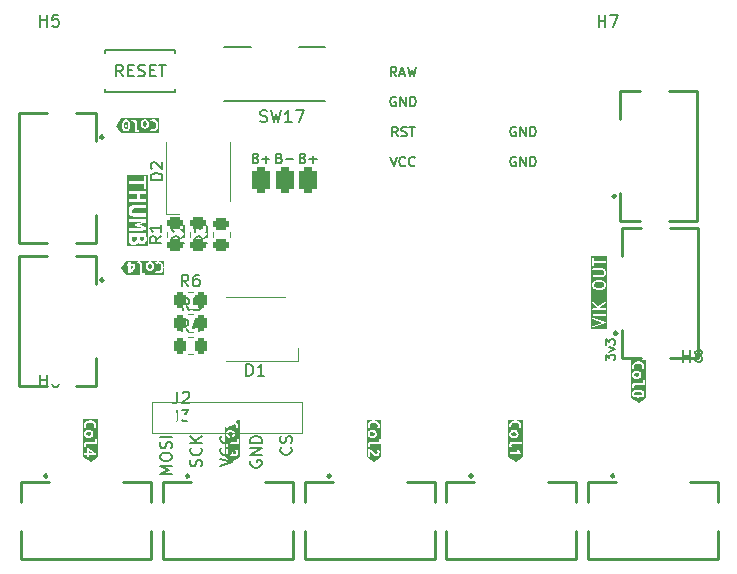
<source format=gbr>
%TF.GenerationSoftware,KiCad,Pcbnew,8.0.5*%
%TF.CreationDate,2024-10-29T12:08:31+01:00*%
%TF.ProjectId,mcu_holder,6d63755f-686f-46c6-9465-722e6b696361,rev?*%
%TF.SameCoordinates,Original*%
%TF.FileFunction,Legend,Top*%
%TF.FilePolarity,Positive*%
%FSLAX46Y46*%
G04 Gerber Fmt 4.6, Leading zero omitted, Abs format (unit mm)*
G04 Created by KiCad (PCBNEW 8.0.5) date 2024-10-29 12:08:31*
%MOMM*%
%LPD*%
G01*
G04 APERTURE LIST*
G04 Aperture macros list*
%AMRoundRect*
0 Rectangle with rounded corners*
0 $1 Rounding radius*
0 $2 $3 $4 $5 $6 $7 $8 $9 X,Y pos of 4 corners*
0 Add a 4 corners polygon primitive as box body*
4,1,4,$2,$3,$4,$5,$6,$7,$8,$9,$2,$3,0*
0 Add four circle primitives for the rounded corners*
1,1,$1+$1,$2,$3*
1,1,$1+$1,$4,$5*
1,1,$1+$1,$6,$7*
1,1,$1+$1,$8,$9*
0 Add four rect primitives between the rounded corners*
20,1,$1+$1,$2,$3,$4,$5,0*
20,1,$1+$1,$4,$5,$6,$7,0*
20,1,$1+$1,$6,$7,$8,$9,0*
20,1,$1+$1,$8,$9,$2,$3,0*%
G04 Aperture macros list end*
%ADD10C,0.150000*%
%ADD11C,0.254000*%
%ADD12C,0.000000*%
%ADD13C,0.120000*%
%ADD14C,2.000000*%
%ADD15RoundRect,0.375000X0.375000X0.750000X-0.375000X0.750000X-0.375000X-0.750000X0.375000X-0.750000X0*%
%ADD16R,0.280000X1.250000*%
%ADD17R,1.800000X2.000000*%
%ADD18RoundRect,0.250000X0.450000X-0.262500X0.450000X0.262500X-0.450000X0.262500X-0.450000X-0.262500X0*%
%ADD19R,1.100000X2.000000*%
%ADD20C,4.500000*%
%ADD21RoundRect,0.250000X-0.262500X-0.450000X0.262500X-0.450000X0.262500X0.450000X-0.262500X0.450000X0*%
%ADD22R,1.250000X0.280000*%
%ADD23R,2.000000X1.800000*%
%ADD24O,2.200000X3.500000*%
%ADD25R,1.500000X2.500000*%
%ADD26O,1.500000X2.500000*%
%ADD27C,1.752600*%
%ADD28R,2.000000X1.100000*%
G04 APERTURE END LIST*
D10*
X105330666Y-66256819D02*
X105330666Y-66971104D01*
X105330666Y-66971104D02*
X105283047Y-67113961D01*
X105283047Y-67113961D02*
X105187809Y-67209200D01*
X105187809Y-67209200D02*
X105044952Y-67256819D01*
X105044952Y-67256819D02*
X104949714Y-67256819D01*
X105759238Y-66352057D02*
X105806857Y-66304438D01*
X105806857Y-66304438D02*
X105902095Y-66256819D01*
X105902095Y-66256819D02*
X106140190Y-66256819D01*
X106140190Y-66256819D02*
X106235428Y-66304438D01*
X106235428Y-66304438D02*
X106283047Y-66352057D01*
X106283047Y-66352057D02*
X106330666Y-66447295D01*
X106330666Y-66447295D02*
X106330666Y-66542533D01*
X106330666Y-66542533D02*
X106283047Y-66685390D01*
X106283047Y-66685390D02*
X105711619Y-67256819D01*
X105711619Y-67256819D02*
X106330666Y-67256819D01*
X105330666Y-67780819D02*
X105330666Y-68495104D01*
X105330666Y-68495104D02*
X105283047Y-68637961D01*
X105283047Y-68637961D02*
X105187809Y-68733200D01*
X105187809Y-68733200D02*
X105044952Y-68780819D01*
X105044952Y-68780819D02*
X104949714Y-68780819D01*
X105711619Y-67780819D02*
X106330666Y-67780819D01*
X106330666Y-67780819D02*
X105997333Y-68161771D01*
X105997333Y-68161771D02*
X106140190Y-68161771D01*
X106140190Y-68161771D02*
X106235428Y-68209390D01*
X106235428Y-68209390D02*
X106283047Y-68257009D01*
X106283047Y-68257009D02*
X106330666Y-68352247D01*
X106330666Y-68352247D02*
X106330666Y-68590342D01*
X106330666Y-68590342D02*
X106283047Y-68685580D01*
X106283047Y-68685580D02*
X106235428Y-68733200D01*
X106235428Y-68733200D02*
X106140190Y-68780819D01*
X106140190Y-68780819D02*
X105854476Y-68780819D01*
X105854476Y-68780819D02*
X105759238Y-68733200D01*
X105759238Y-68733200D02*
X105711619Y-68685580D01*
X103960819Y-53102166D02*
X103484628Y-53435499D01*
X103960819Y-53673594D02*
X102960819Y-53673594D01*
X102960819Y-53673594D02*
X102960819Y-53292642D01*
X102960819Y-53292642D02*
X103008438Y-53197404D01*
X103008438Y-53197404D02*
X103056057Y-53149785D01*
X103056057Y-53149785D02*
X103151295Y-53102166D01*
X103151295Y-53102166D02*
X103294152Y-53102166D01*
X103294152Y-53102166D02*
X103389390Y-53149785D01*
X103389390Y-53149785D02*
X103437009Y-53197404D01*
X103437009Y-53197404D02*
X103484628Y-53292642D01*
X103484628Y-53292642D02*
X103484628Y-53673594D01*
X103960819Y-52149785D02*
X103960819Y-52721213D01*
X103960819Y-52435499D02*
X102960819Y-52435499D01*
X102960819Y-52435499D02*
X103103676Y-52530737D01*
X103103676Y-52530737D02*
X103198914Y-52625975D01*
X103198914Y-52625975D02*
X103246533Y-52721213D01*
X104044819Y-48338094D02*
X103044819Y-48338094D01*
X103044819Y-48338094D02*
X103044819Y-48099999D01*
X103044819Y-48099999D02*
X103092438Y-47957142D01*
X103092438Y-47957142D02*
X103187676Y-47861904D01*
X103187676Y-47861904D02*
X103282914Y-47814285D01*
X103282914Y-47814285D02*
X103473390Y-47766666D01*
X103473390Y-47766666D02*
X103616247Y-47766666D01*
X103616247Y-47766666D02*
X103806723Y-47814285D01*
X103806723Y-47814285D02*
X103901961Y-47861904D01*
X103901961Y-47861904D02*
X103997200Y-47957142D01*
X103997200Y-47957142D02*
X104044819Y-48099999D01*
X104044819Y-48099999D02*
X104044819Y-48338094D01*
X103140057Y-47385713D02*
X103092438Y-47338094D01*
X103092438Y-47338094D02*
X103044819Y-47242856D01*
X103044819Y-47242856D02*
X103044819Y-47004761D01*
X103044819Y-47004761D02*
X103092438Y-46909523D01*
X103092438Y-46909523D02*
X103140057Y-46861904D01*
X103140057Y-46861904D02*
X103235295Y-46814285D01*
X103235295Y-46814285D02*
X103330533Y-46814285D01*
X103330533Y-46814285D02*
X103473390Y-46861904D01*
X103473390Y-46861904D02*
X104044819Y-47433332D01*
X104044819Y-47433332D02*
X104044819Y-46814285D01*
X93725068Y-35354819D02*
X93725068Y-34354819D01*
X93725068Y-34831009D02*
X94296496Y-34831009D01*
X94296496Y-35354819D02*
X94296496Y-34354819D01*
X95248877Y-34354819D02*
X94772687Y-34354819D01*
X94772687Y-34354819D02*
X94725068Y-34831009D01*
X94725068Y-34831009D02*
X94772687Y-34783390D01*
X94772687Y-34783390D02*
X94867925Y-34735771D01*
X94867925Y-34735771D02*
X95106020Y-34735771D01*
X95106020Y-34735771D02*
X95201258Y-34783390D01*
X95201258Y-34783390D02*
X95248877Y-34831009D01*
X95248877Y-34831009D02*
X95296496Y-34926247D01*
X95296496Y-34926247D02*
X95296496Y-35164342D01*
X95296496Y-35164342D02*
X95248877Y-35259580D01*
X95248877Y-35259580D02*
X95201258Y-35307200D01*
X95201258Y-35307200D02*
X95106020Y-35354819D01*
X95106020Y-35354819D02*
X94867925Y-35354819D01*
X94867925Y-35354819D02*
X94772687Y-35307200D01*
X94772687Y-35307200D02*
X94725068Y-35259580D01*
X106333333Y-59354819D02*
X106000000Y-58878628D01*
X105761905Y-59354819D02*
X105761905Y-58354819D01*
X105761905Y-58354819D02*
X106142857Y-58354819D01*
X106142857Y-58354819D02*
X106238095Y-58402438D01*
X106238095Y-58402438D02*
X106285714Y-58450057D01*
X106285714Y-58450057D02*
X106333333Y-58545295D01*
X106333333Y-58545295D02*
X106333333Y-58688152D01*
X106333333Y-58688152D02*
X106285714Y-58783390D01*
X106285714Y-58783390D02*
X106238095Y-58831009D01*
X106238095Y-58831009D02*
X106142857Y-58878628D01*
X106142857Y-58878628D02*
X105761905Y-58878628D01*
X107238095Y-58354819D02*
X106761905Y-58354819D01*
X106761905Y-58354819D02*
X106714286Y-58831009D01*
X106714286Y-58831009D02*
X106761905Y-58783390D01*
X106761905Y-58783390D02*
X106857143Y-58735771D01*
X106857143Y-58735771D02*
X107095238Y-58735771D01*
X107095238Y-58735771D02*
X107190476Y-58783390D01*
X107190476Y-58783390D02*
X107238095Y-58831009D01*
X107238095Y-58831009D02*
X107285714Y-58926247D01*
X107285714Y-58926247D02*
X107285714Y-59164342D01*
X107285714Y-59164342D02*
X107238095Y-59259580D01*
X107238095Y-59259580D02*
X107190476Y-59307200D01*
X107190476Y-59307200D02*
X107095238Y-59354819D01*
X107095238Y-59354819D02*
X106857143Y-59354819D01*
X106857143Y-59354819D02*
X106761905Y-59307200D01*
X106761905Y-59307200D02*
X106714286Y-59259580D01*
X148167160Y-63754819D02*
X148167160Y-62754819D01*
X148167160Y-63231009D02*
X148738588Y-63231009D01*
X148738588Y-63754819D02*
X148738588Y-62754819D01*
X149357636Y-63183390D02*
X149262398Y-63135771D01*
X149262398Y-63135771D02*
X149214779Y-63088152D01*
X149214779Y-63088152D02*
X149167160Y-62992914D01*
X149167160Y-62992914D02*
X149167160Y-62945295D01*
X149167160Y-62945295D02*
X149214779Y-62850057D01*
X149214779Y-62850057D02*
X149262398Y-62802438D01*
X149262398Y-62802438D02*
X149357636Y-62754819D01*
X149357636Y-62754819D02*
X149548112Y-62754819D01*
X149548112Y-62754819D02*
X149643350Y-62802438D01*
X149643350Y-62802438D02*
X149690969Y-62850057D01*
X149690969Y-62850057D02*
X149738588Y-62945295D01*
X149738588Y-62945295D02*
X149738588Y-62992914D01*
X149738588Y-62992914D02*
X149690969Y-63088152D01*
X149690969Y-63088152D02*
X149643350Y-63135771D01*
X149643350Y-63135771D02*
X149548112Y-63183390D01*
X149548112Y-63183390D02*
X149357636Y-63183390D01*
X149357636Y-63183390D02*
X149262398Y-63231009D01*
X149262398Y-63231009D02*
X149214779Y-63278628D01*
X149214779Y-63278628D02*
X149167160Y-63373866D01*
X149167160Y-63373866D02*
X149167160Y-63564342D01*
X149167160Y-63564342D02*
X149214779Y-63659580D01*
X149214779Y-63659580D02*
X149262398Y-63707200D01*
X149262398Y-63707200D02*
X149357636Y-63754819D01*
X149357636Y-63754819D02*
X149548112Y-63754819D01*
X149548112Y-63754819D02*
X149643350Y-63707200D01*
X149643350Y-63707200D02*
X149690969Y-63659580D01*
X149690969Y-63659580D02*
X149738588Y-63564342D01*
X149738588Y-63564342D02*
X149738588Y-63373866D01*
X149738588Y-63373866D02*
X149690969Y-63278628D01*
X149690969Y-63278628D02*
X149643350Y-63231009D01*
X149643350Y-63231009D02*
X149548112Y-63183390D01*
X107846150Y-53105683D02*
X107369959Y-53439016D01*
X107846150Y-53677111D02*
X106846150Y-53677111D01*
X106846150Y-53677111D02*
X106846150Y-53296159D01*
X106846150Y-53296159D02*
X106893769Y-53200921D01*
X106893769Y-53200921D02*
X106941388Y-53153302D01*
X106941388Y-53153302D02*
X107036626Y-53105683D01*
X107036626Y-53105683D02*
X107179483Y-53105683D01*
X107179483Y-53105683D02*
X107274721Y-53153302D01*
X107274721Y-53153302D02*
X107322340Y-53200921D01*
X107322340Y-53200921D02*
X107369959Y-53296159D01*
X107369959Y-53296159D02*
X107369959Y-53677111D01*
X106846150Y-52772349D02*
X106846150Y-52153302D01*
X106846150Y-52153302D02*
X107227102Y-52486635D01*
X107227102Y-52486635D02*
X107227102Y-52343778D01*
X107227102Y-52343778D02*
X107274721Y-52248540D01*
X107274721Y-52248540D02*
X107322340Y-52200921D01*
X107322340Y-52200921D02*
X107417578Y-52153302D01*
X107417578Y-52153302D02*
X107655673Y-52153302D01*
X107655673Y-52153302D02*
X107750911Y-52200921D01*
X107750911Y-52200921D02*
X107798531Y-52248540D01*
X107798531Y-52248540D02*
X107846150Y-52343778D01*
X107846150Y-52343778D02*
X107846150Y-52629492D01*
X107846150Y-52629492D02*
X107798531Y-52724730D01*
X107798531Y-52724730D02*
X107750911Y-52772349D01*
X112344476Y-43377200D02*
X112487333Y-43424819D01*
X112487333Y-43424819D02*
X112725428Y-43424819D01*
X112725428Y-43424819D02*
X112820666Y-43377200D01*
X112820666Y-43377200D02*
X112868285Y-43329580D01*
X112868285Y-43329580D02*
X112915904Y-43234342D01*
X112915904Y-43234342D02*
X112915904Y-43139104D01*
X112915904Y-43139104D02*
X112868285Y-43043866D01*
X112868285Y-43043866D02*
X112820666Y-42996247D01*
X112820666Y-42996247D02*
X112725428Y-42948628D01*
X112725428Y-42948628D02*
X112534952Y-42901009D01*
X112534952Y-42901009D02*
X112439714Y-42853390D01*
X112439714Y-42853390D02*
X112392095Y-42805771D01*
X112392095Y-42805771D02*
X112344476Y-42710533D01*
X112344476Y-42710533D02*
X112344476Y-42615295D01*
X112344476Y-42615295D02*
X112392095Y-42520057D01*
X112392095Y-42520057D02*
X112439714Y-42472438D01*
X112439714Y-42472438D02*
X112534952Y-42424819D01*
X112534952Y-42424819D02*
X112773047Y-42424819D01*
X112773047Y-42424819D02*
X112915904Y-42472438D01*
X113249238Y-42424819D02*
X113487333Y-43424819D01*
X113487333Y-43424819D02*
X113677809Y-42710533D01*
X113677809Y-42710533D02*
X113868285Y-43424819D01*
X113868285Y-43424819D02*
X114106381Y-42424819D01*
X115011142Y-43424819D02*
X114439714Y-43424819D01*
X114725428Y-43424819D02*
X114725428Y-42424819D01*
X114725428Y-42424819D02*
X114630190Y-42567676D01*
X114630190Y-42567676D02*
X114534952Y-42662914D01*
X114534952Y-42662914D02*
X114439714Y-42710533D01*
X115344476Y-42424819D02*
X116011142Y-42424819D01*
X116011142Y-42424819D02*
X115582571Y-43424819D01*
X106253333Y-57344819D02*
X105920000Y-56868628D01*
X105681905Y-57344819D02*
X105681905Y-56344819D01*
X105681905Y-56344819D02*
X106062857Y-56344819D01*
X106062857Y-56344819D02*
X106158095Y-56392438D01*
X106158095Y-56392438D02*
X106205714Y-56440057D01*
X106205714Y-56440057D02*
X106253333Y-56535295D01*
X106253333Y-56535295D02*
X106253333Y-56678152D01*
X106253333Y-56678152D02*
X106205714Y-56773390D01*
X106205714Y-56773390D02*
X106158095Y-56821009D01*
X106158095Y-56821009D02*
X106062857Y-56868628D01*
X106062857Y-56868628D02*
X105681905Y-56868628D01*
X107110476Y-56344819D02*
X106920000Y-56344819D01*
X106920000Y-56344819D02*
X106824762Y-56392438D01*
X106824762Y-56392438D02*
X106777143Y-56440057D01*
X106777143Y-56440057D02*
X106681905Y-56582914D01*
X106681905Y-56582914D02*
X106634286Y-56773390D01*
X106634286Y-56773390D02*
X106634286Y-57154342D01*
X106634286Y-57154342D02*
X106681905Y-57249580D01*
X106681905Y-57249580D02*
X106729524Y-57297200D01*
X106729524Y-57297200D02*
X106824762Y-57344819D01*
X106824762Y-57344819D02*
X107015238Y-57344819D01*
X107015238Y-57344819D02*
X107110476Y-57297200D01*
X107110476Y-57297200D02*
X107158095Y-57249580D01*
X107158095Y-57249580D02*
X107205714Y-57154342D01*
X107205714Y-57154342D02*
X107205714Y-56916247D01*
X107205714Y-56916247D02*
X107158095Y-56821009D01*
X107158095Y-56821009D02*
X107110476Y-56773390D01*
X107110476Y-56773390D02*
X107015238Y-56725771D01*
X107015238Y-56725771D02*
X106824762Y-56725771D01*
X106824762Y-56725771D02*
X106729524Y-56773390D01*
X106729524Y-56773390D02*
X106681905Y-56821009D01*
X106681905Y-56821009D02*
X106634286Y-56916247D01*
X104864819Y-73209635D02*
X103864819Y-73209635D01*
X103864819Y-73209635D02*
X104579104Y-72876302D01*
X104579104Y-72876302D02*
X103864819Y-72542969D01*
X103864819Y-72542969D02*
X104864819Y-72542969D01*
X103864819Y-71876302D02*
X103864819Y-71685826D01*
X103864819Y-71685826D02*
X103912438Y-71590588D01*
X103912438Y-71590588D02*
X104007676Y-71495350D01*
X104007676Y-71495350D02*
X104198152Y-71447731D01*
X104198152Y-71447731D02*
X104531485Y-71447731D01*
X104531485Y-71447731D02*
X104721961Y-71495350D01*
X104721961Y-71495350D02*
X104817200Y-71590588D01*
X104817200Y-71590588D02*
X104864819Y-71685826D01*
X104864819Y-71685826D02*
X104864819Y-71876302D01*
X104864819Y-71876302D02*
X104817200Y-71971540D01*
X104817200Y-71971540D02*
X104721961Y-72066778D01*
X104721961Y-72066778D02*
X104531485Y-72114397D01*
X104531485Y-72114397D02*
X104198152Y-72114397D01*
X104198152Y-72114397D02*
X104007676Y-72066778D01*
X104007676Y-72066778D02*
X103912438Y-71971540D01*
X103912438Y-71971540D02*
X103864819Y-71876302D01*
X104817200Y-71066778D02*
X104864819Y-70923921D01*
X104864819Y-70923921D02*
X104864819Y-70685826D01*
X104864819Y-70685826D02*
X104817200Y-70590588D01*
X104817200Y-70590588D02*
X104769580Y-70542969D01*
X104769580Y-70542969D02*
X104674342Y-70495350D01*
X104674342Y-70495350D02*
X104579104Y-70495350D01*
X104579104Y-70495350D02*
X104483866Y-70542969D01*
X104483866Y-70542969D02*
X104436247Y-70590588D01*
X104436247Y-70590588D02*
X104388628Y-70685826D01*
X104388628Y-70685826D02*
X104341009Y-70876302D01*
X104341009Y-70876302D02*
X104293390Y-70971540D01*
X104293390Y-70971540D02*
X104245771Y-71019159D01*
X104245771Y-71019159D02*
X104150533Y-71066778D01*
X104150533Y-71066778D02*
X104055295Y-71066778D01*
X104055295Y-71066778D02*
X103960057Y-71019159D01*
X103960057Y-71019159D02*
X103912438Y-70971540D01*
X103912438Y-70971540D02*
X103864819Y-70876302D01*
X103864819Y-70876302D02*
X103864819Y-70638207D01*
X103864819Y-70638207D02*
X103912438Y-70495350D01*
X104864819Y-70066778D02*
X103864819Y-70066778D01*
X114929580Y-70971541D02*
X114977200Y-71019160D01*
X114977200Y-71019160D02*
X115024819Y-71162017D01*
X115024819Y-71162017D02*
X115024819Y-71257255D01*
X115024819Y-71257255D02*
X114977200Y-71400112D01*
X114977200Y-71400112D02*
X114881961Y-71495350D01*
X114881961Y-71495350D02*
X114786723Y-71542969D01*
X114786723Y-71542969D02*
X114596247Y-71590588D01*
X114596247Y-71590588D02*
X114453390Y-71590588D01*
X114453390Y-71590588D02*
X114262914Y-71542969D01*
X114262914Y-71542969D02*
X114167676Y-71495350D01*
X114167676Y-71495350D02*
X114072438Y-71400112D01*
X114072438Y-71400112D02*
X114024819Y-71257255D01*
X114024819Y-71257255D02*
X114024819Y-71162017D01*
X114024819Y-71162017D02*
X114072438Y-71019160D01*
X114072438Y-71019160D02*
X114120057Y-70971541D01*
X114977200Y-70590588D02*
X115024819Y-70447731D01*
X115024819Y-70447731D02*
X115024819Y-70209636D01*
X115024819Y-70209636D02*
X114977200Y-70114398D01*
X114977200Y-70114398D02*
X114929580Y-70066779D01*
X114929580Y-70066779D02*
X114834342Y-70019160D01*
X114834342Y-70019160D02*
X114739104Y-70019160D01*
X114739104Y-70019160D02*
X114643866Y-70066779D01*
X114643866Y-70066779D02*
X114596247Y-70114398D01*
X114596247Y-70114398D02*
X114548628Y-70209636D01*
X114548628Y-70209636D02*
X114501009Y-70400112D01*
X114501009Y-70400112D02*
X114453390Y-70495350D01*
X114453390Y-70495350D02*
X114405771Y-70542969D01*
X114405771Y-70542969D02*
X114310533Y-70590588D01*
X114310533Y-70590588D02*
X114215295Y-70590588D01*
X114215295Y-70590588D02*
X114120057Y-70542969D01*
X114120057Y-70542969D02*
X114072438Y-70495350D01*
X114072438Y-70495350D02*
X114024819Y-70400112D01*
X114024819Y-70400112D02*
X114024819Y-70162017D01*
X114024819Y-70162017D02*
X114072438Y-70019160D01*
X111532438Y-72114398D02*
X111484819Y-72209636D01*
X111484819Y-72209636D02*
X111484819Y-72352493D01*
X111484819Y-72352493D02*
X111532438Y-72495350D01*
X111532438Y-72495350D02*
X111627676Y-72590588D01*
X111627676Y-72590588D02*
X111722914Y-72638207D01*
X111722914Y-72638207D02*
X111913390Y-72685826D01*
X111913390Y-72685826D02*
X112056247Y-72685826D01*
X112056247Y-72685826D02*
X112246723Y-72638207D01*
X112246723Y-72638207D02*
X112341961Y-72590588D01*
X112341961Y-72590588D02*
X112437200Y-72495350D01*
X112437200Y-72495350D02*
X112484819Y-72352493D01*
X112484819Y-72352493D02*
X112484819Y-72257255D01*
X112484819Y-72257255D02*
X112437200Y-72114398D01*
X112437200Y-72114398D02*
X112389580Y-72066779D01*
X112389580Y-72066779D02*
X112056247Y-72066779D01*
X112056247Y-72066779D02*
X112056247Y-72257255D01*
X112484819Y-71638207D02*
X111484819Y-71638207D01*
X111484819Y-71638207D02*
X112484819Y-71066779D01*
X112484819Y-71066779D02*
X111484819Y-71066779D01*
X112484819Y-70590588D02*
X111484819Y-70590588D01*
X111484819Y-70590588D02*
X111484819Y-70352493D01*
X111484819Y-70352493D02*
X111532438Y-70209636D01*
X111532438Y-70209636D02*
X111627676Y-70114398D01*
X111627676Y-70114398D02*
X111722914Y-70066779D01*
X111722914Y-70066779D02*
X111913390Y-70019160D01*
X111913390Y-70019160D02*
X112056247Y-70019160D01*
X112056247Y-70019160D02*
X112246723Y-70066779D01*
X112246723Y-70066779D02*
X112341961Y-70114398D01*
X112341961Y-70114398D02*
X112437200Y-70209636D01*
X112437200Y-70209636D02*
X112484819Y-70352493D01*
X112484819Y-70352493D02*
X112484819Y-70590588D01*
X108944819Y-72590588D02*
X109944819Y-72257255D01*
X109944819Y-72257255D02*
X108944819Y-71923922D01*
X109849580Y-71019160D02*
X109897200Y-71066779D01*
X109897200Y-71066779D02*
X109944819Y-71209636D01*
X109944819Y-71209636D02*
X109944819Y-71304874D01*
X109944819Y-71304874D02*
X109897200Y-71447731D01*
X109897200Y-71447731D02*
X109801961Y-71542969D01*
X109801961Y-71542969D02*
X109706723Y-71590588D01*
X109706723Y-71590588D02*
X109516247Y-71638207D01*
X109516247Y-71638207D02*
X109373390Y-71638207D01*
X109373390Y-71638207D02*
X109182914Y-71590588D01*
X109182914Y-71590588D02*
X109087676Y-71542969D01*
X109087676Y-71542969D02*
X108992438Y-71447731D01*
X108992438Y-71447731D02*
X108944819Y-71304874D01*
X108944819Y-71304874D02*
X108944819Y-71209636D01*
X108944819Y-71209636D02*
X108992438Y-71066779D01*
X108992438Y-71066779D02*
X109040057Y-71019160D01*
X109849580Y-70019160D02*
X109897200Y-70066779D01*
X109897200Y-70066779D02*
X109944819Y-70209636D01*
X109944819Y-70209636D02*
X109944819Y-70304874D01*
X109944819Y-70304874D02*
X109897200Y-70447731D01*
X109897200Y-70447731D02*
X109801961Y-70542969D01*
X109801961Y-70542969D02*
X109706723Y-70590588D01*
X109706723Y-70590588D02*
X109516247Y-70638207D01*
X109516247Y-70638207D02*
X109373390Y-70638207D01*
X109373390Y-70638207D02*
X109182914Y-70590588D01*
X109182914Y-70590588D02*
X109087676Y-70542969D01*
X109087676Y-70542969D02*
X108992438Y-70447731D01*
X108992438Y-70447731D02*
X108944819Y-70304874D01*
X108944819Y-70304874D02*
X108944819Y-70209636D01*
X108944819Y-70209636D02*
X108992438Y-70066779D01*
X108992438Y-70066779D02*
X109040057Y-70019160D01*
X107357200Y-72590588D02*
X107404819Y-72447731D01*
X107404819Y-72447731D02*
X107404819Y-72209636D01*
X107404819Y-72209636D02*
X107357200Y-72114398D01*
X107357200Y-72114398D02*
X107309580Y-72066779D01*
X107309580Y-72066779D02*
X107214342Y-72019160D01*
X107214342Y-72019160D02*
X107119104Y-72019160D01*
X107119104Y-72019160D02*
X107023866Y-72066779D01*
X107023866Y-72066779D02*
X106976247Y-72114398D01*
X106976247Y-72114398D02*
X106928628Y-72209636D01*
X106928628Y-72209636D02*
X106881009Y-72400112D01*
X106881009Y-72400112D02*
X106833390Y-72495350D01*
X106833390Y-72495350D02*
X106785771Y-72542969D01*
X106785771Y-72542969D02*
X106690533Y-72590588D01*
X106690533Y-72590588D02*
X106595295Y-72590588D01*
X106595295Y-72590588D02*
X106500057Y-72542969D01*
X106500057Y-72542969D02*
X106452438Y-72495350D01*
X106452438Y-72495350D02*
X106404819Y-72400112D01*
X106404819Y-72400112D02*
X106404819Y-72162017D01*
X106404819Y-72162017D02*
X106452438Y-72019160D01*
X107309580Y-71019160D02*
X107357200Y-71066779D01*
X107357200Y-71066779D02*
X107404819Y-71209636D01*
X107404819Y-71209636D02*
X107404819Y-71304874D01*
X107404819Y-71304874D02*
X107357200Y-71447731D01*
X107357200Y-71447731D02*
X107261961Y-71542969D01*
X107261961Y-71542969D02*
X107166723Y-71590588D01*
X107166723Y-71590588D02*
X106976247Y-71638207D01*
X106976247Y-71638207D02*
X106833390Y-71638207D01*
X106833390Y-71638207D02*
X106642914Y-71590588D01*
X106642914Y-71590588D02*
X106547676Y-71542969D01*
X106547676Y-71542969D02*
X106452438Y-71447731D01*
X106452438Y-71447731D02*
X106404819Y-71304874D01*
X106404819Y-71304874D02*
X106404819Y-71209636D01*
X106404819Y-71209636D02*
X106452438Y-71066779D01*
X106452438Y-71066779D02*
X106500057Y-71019160D01*
X107404819Y-70590588D02*
X106404819Y-70590588D01*
X107404819Y-70019160D02*
X106833390Y-70447731D01*
X106404819Y-70019160D02*
X106976247Y-70590588D01*
X100707618Y-39570819D02*
X100374285Y-39094628D01*
X100136190Y-39570819D02*
X100136190Y-38570819D01*
X100136190Y-38570819D02*
X100517142Y-38570819D01*
X100517142Y-38570819D02*
X100612380Y-38618438D01*
X100612380Y-38618438D02*
X100659999Y-38666057D01*
X100659999Y-38666057D02*
X100707618Y-38761295D01*
X100707618Y-38761295D02*
X100707618Y-38904152D01*
X100707618Y-38904152D02*
X100659999Y-38999390D01*
X100659999Y-38999390D02*
X100612380Y-39047009D01*
X100612380Y-39047009D02*
X100517142Y-39094628D01*
X100517142Y-39094628D02*
X100136190Y-39094628D01*
X101136190Y-39047009D02*
X101469523Y-39047009D01*
X101612380Y-39570819D02*
X101136190Y-39570819D01*
X101136190Y-39570819D02*
X101136190Y-38570819D01*
X101136190Y-38570819D02*
X101612380Y-38570819D01*
X101993333Y-39523200D02*
X102136190Y-39570819D01*
X102136190Y-39570819D02*
X102374285Y-39570819D01*
X102374285Y-39570819D02*
X102469523Y-39523200D01*
X102469523Y-39523200D02*
X102517142Y-39475580D01*
X102517142Y-39475580D02*
X102564761Y-39380342D01*
X102564761Y-39380342D02*
X102564761Y-39285104D01*
X102564761Y-39285104D02*
X102517142Y-39189866D01*
X102517142Y-39189866D02*
X102469523Y-39142247D01*
X102469523Y-39142247D02*
X102374285Y-39094628D01*
X102374285Y-39094628D02*
X102183809Y-39047009D01*
X102183809Y-39047009D02*
X102088571Y-38999390D01*
X102088571Y-38999390D02*
X102040952Y-38951771D01*
X102040952Y-38951771D02*
X101993333Y-38856533D01*
X101993333Y-38856533D02*
X101993333Y-38761295D01*
X101993333Y-38761295D02*
X102040952Y-38666057D01*
X102040952Y-38666057D02*
X102088571Y-38618438D01*
X102088571Y-38618438D02*
X102183809Y-38570819D01*
X102183809Y-38570819D02*
X102421904Y-38570819D01*
X102421904Y-38570819D02*
X102564761Y-38618438D01*
X102993333Y-39047009D02*
X103326666Y-39047009D01*
X103469523Y-39570819D02*
X102993333Y-39570819D01*
X102993333Y-39570819D02*
X102993333Y-38570819D01*
X102993333Y-38570819D02*
X103469523Y-38570819D01*
X103755238Y-38570819D02*
X104326666Y-38570819D01*
X104040952Y-39570819D02*
X104040952Y-38570819D01*
X105904819Y-53102166D02*
X105428628Y-53435499D01*
X105904819Y-53673594D02*
X104904819Y-53673594D01*
X104904819Y-53673594D02*
X104904819Y-53292642D01*
X104904819Y-53292642D02*
X104952438Y-53197404D01*
X104952438Y-53197404D02*
X105000057Y-53149785D01*
X105000057Y-53149785D02*
X105095295Y-53102166D01*
X105095295Y-53102166D02*
X105238152Y-53102166D01*
X105238152Y-53102166D02*
X105333390Y-53149785D01*
X105333390Y-53149785D02*
X105381009Y-53197404D01*
X105381009Y-53197404D02*
X105428628Y-53292642D01*
X105428628Y-53292642D02*
X105428628Y-53673594D01*
X105000057Y-52721213D02*
X104952438Y-52673594D01*
X104952438Y-52673594D02*
X104904819Y-52578356D01*
X104904819Y-52578356D02*
X104904819Y-52340261D01*
X104904819Y-52340261D02*
X104952438Y-52245023D01*
X104952438Y-52245023D02*
X105000057Y-52197404D01*
X105000057Y-52197404D02*
X105095295Y-52149785D01*
X105095295Y-52149785D02*
X105190533Y-52149785D01*
X105190533Y-52149785D02*
X105333390Y-52197404D01*
X105333390Y-52197404D02*
X105904819Y-52768832D01*
X105904819Y-52768832D02*
X105904819Y-52149785D01*
X140978095Y-35374819D02*
X140978095Y-34374819D01*
X140978095Y-34851009D02*
X141549523Y-34851009D01*
X141549523Y-35374819D02*
X141549523Y-34374819D01*
X141930476Y-34374819D02*
X142597142Y-34374819D01*
X142597142Y-34374819D02*
X142168571Y-35374819D01*
X113961904Y-46483247D02*
X114076190Y-46521342D01*
X114076190Y-46521342D02*
X114114285Y-46559438D01*
X114114285Y-46559438D02*
X114152381Y-46635628D01*
X114152381Y-46635628D02*
X114152381Y-46749914D01*
X114152381Y-46749914D02*
X114114285Y-46826104D01*
X114114285Y-46826104D02*
X114076190Y-46864200D01*
X114076190Y-46864200D02*
X114000000Y-46902295D01*
X114000000Y-46902295D02*
X113695238Y-46902295D01*
X113695238Y-46902295D02*
X113695238Y-46102295D01*
X113695238Y-46102295D02*
X113961904Y-46102295D01*
X113961904Y-46102295D02*
X114038095Y-46140390D01*
X114038095Y-46140390D02*
X114076190Y-46178485D01*
X114076190Y-46178485D02*
X114114285Y-46254676D01*
X114114285Y-46254676D02*
X114114285Y-46330866D01*
X114114285Y-46330866D02*
X114076190Y-46407057D01*
X114076190Y-46407057D02*
X114038095Y-46445152D01*
X114038095Y-46445152D02*
X113961904Y-46483247D01*
X113961904Y-46483247D02*
X113695238Y-46483247D01*
X114495238Y-46597533D02*
X115104762Y-46597533D01*
X115961904Y-46483247D02*
X116076190Y-46521342D01*
X116076190Y-46521342D02*
X116114285Y-46559438D01*
X116114285Y-46559438D02*
X116152381Y-46635628D01*
X116152381Y-46635628D02*
X116152381Y-46749914D01*
X116152381Y-46749914D02*
X116114285Y-46826104D01*
X116114285Y-46826104D02*
X116076190Y-46864200D01*
X116076190Y-46864200D02*
X116000000Y-46902295D01*
X116000000Y-46902295D02*
X115695238Y-46902295D01*
X115695238Y-46902295D02*
X115695238Y-46102295D01*
X115695238Y-46102295D02*
X115961904Y-46102295D01*
X115961904Y-46102295D02*
X116038095Y-46140390D01*
X116038095Y-46140390D02*
X116076190Y-46178485D01*
X116076190Y-46178485D02*
X116114285Y-46254676D01*
X116114285Y-46254676D02*
X116114285Y-46330866D01*
X116114285Y-46330866D02*
X116076190Y-46407057D01*
X116076190Y-46407057D02*
X116038095Y-46445152D01*
X116038095Y-46445152D02*
X115961904Y-46483247D01*
X115961904Y-46483247D02*
X115695238Y-46483247D01*
X116495238Y-46597533D02*
X117104762Y-46597533D01*
X116800000Y-46902295D02*
X116800000Y-46292771D01*
X111961904Y-46483247D02*
X112076190Y-46521342D01*
X112076190Y-46521342D02*
X112114285Y-46559438D01*
X112114285Y-46559438D02*
X112152381Y-46635628D01*
X112152381Y-46635628D02*
X112152381Y-46749914D01*
X112152381Y-46749914D02*
X112114285Y-46826104D01*
X112114285Y-46826104D02*
X112076190Y-46864200D01*
X112076190Y-46864200D02*
X112000000Y-46902295D01*
X112000000Y-46902295D02*
X111695238Y-46902295D01*
X111695238Y-46902295D02*
X111695238Y-46102295D01*
X111695238Y-46102295D02*
X111961904Y-46102295D01*
X111961904Y-46102295D02*
X112038095Y-46140390D01*
X112038095Y-46140390D02*
X112076190Y-46178485D01*
X112076190Y-46178485D02*
X112114285Y-46254676D01*
X112114285Y-46254676D02*
X112114285Y-46330866D01*
X112114285Y-46330866D02*
X112076190Y-46407057D01*
X112076190Y-46407057D02*
X112038095Y-46445152D01*
X112038095Y-46445152D02*
X111961904Y-46483247D01*
X111961904Y-46483247D02*
X111695238Y-46483247D01*
X112495238Y-46597533D02*
X113104762Y-46597533D01*
X112800000Y-46902295D02*
X112800000Y-46292771D01*
G36*
X141348617Y-57004276D02*
G01*
X141420561Y-57076219D01*
X141454819Y-57144735D01*
X141454819Y-57299801D01*
X141420561Y-57368316D01*
X141348617Y-57440259D01*
X141187251Y-57480601D01*
X140872386Y-57480601D01*
X140711019Y-57440259D01*
X140639077Y-57368317D01*
X140604819Y-57299801D01*
X140604819Y-57144735D01*
X140639077Y-57076219D01*
X140711019Y-57004276D01*
X140872386Y-56963935D01*
X141187251Y-56963935D01*
X141348617Y-57004276D01*
G37*
G36*
X141715930Y-60931599D02*
G01*
X140343708Y-60931599D01*
X140343708Y-60070031D01*
X140455408Y-60070031D01*
X140457483Y-60099221D01*
X140470569Y-60125394D01*
X140492676Y-60144568D01*
X140506102Y-60150562D01*
X141292648Y-60412744D01*
X140506102Y-60674926D01*
X140492676Y-60680920D01*
X140470569Y-60700094D01*
X140457483Y-60726267D01*
X140455408Y-60755457D01*
X140464662Y-60783220D01*
X140483836Y-60805327D01*
X140510009Y-60818413D01*
X140539199Y-60820488D01*
X140553536Y-60817228D01*
X141553536Y-60483895D01*
X141566961Y-60477901D01*
X141571008Y-60474390D01*
X141575802Y-60471994D01*
X141581966Y-60464886D01*
X141589068Y-60458727D01*
X141591463Y-60453935D01*
X141594976Y-60449886D01*
X141597950Y-60440963D01*
X141602155Y-60432554D01*
X141602534Y-60427209D01*
X141604230Y-60422124D01*
X141603563Y-60412744D01*
X141604230Y-60403364D01*
X141602534Y-60398278D01*
X141602155Y-60392934D01*
X141597950Y-60384524D01*
X141594976Y-60375602D01*
X141591463Y-60371552D01*
X141589068Y-60366761D01*
X141581966Y-60360601D01*
X141575802Y-60353494D01*
X141571008Y-60351097D01*
X141566961Y-60347587D01*
X141553536Y-60341593D01*
X140553536Y-60008260D01*
X140539199Y-60005000D01*
X140510009Y-60007075D01*
X140483836Y-60020161D01*
X140464662Y-60042268D01*
X140455408Y-60070031D01*
X140343708Y-60070031D01*
X140343708Y-59731445D01*
X140456260Y-59731445D01*
X140456260Y-59760709D01*
X140467459Y-59787745D01*
X140488151Y-59808437D01*
X140515187Y-59819636D01*
X140529819Y-59821077D01*
X141529819Y-59821077D01*
X141544451Y-59819636D01*
X141571487Y-59808437D01*
X141592179Y-59787745D01*
X141603378Y-59760709D01*
X141603378Y-59731445D01*
X141592179Y-59704409D01*
X141571487Y-59683717D01*
X141544451Y-59672518D01*
X141529819Y-59671077D01*
X140529819Y-59671077D01*
X140515187Y-59672518D01*
X140488151Y-59683717D01*
X140467459Y-59704409D01*
X140456260Y-59731445D01*
X140343708Y-59731445D01*
X140343708Y-58683828D01*
X140456260Y-58683828D01*
X140456260Y-58713090D01*
X140467459Y-58740127D01*
X140476786Y-58751492D01*
X140920181Y-59194887D01*
X140529819Y-59194887D01*
X140515187Y-59196328D01*
X140488151Y-59207527D01*
X140467459Y-59228219D01*
X140456260Y-59255255D01*
X140456260Y-59284519D01*
X140467459Y-59311555D01*
X140488151Y-59332247D01*
X140515187Y-59343446D01*
X140529819Y-59344887D01*
X141529819Y-59344887D01*
X141544451Y-59343446D01*
X141571487Y-59332247D01*
X141592179Y-59311555D01*
X141603378Y-59284519D01*
X141603378Y-59255255D01*
X141592179Y-59228219D01*
X141571487Y-59207527D01*
X141544451Y-59196328D01*
X141529819Y-59194887D01*
X141132313Y-59194887D01*
X141072570Y-59135144D01*
X141574819Y-58758459D01*
X141585660Y-58748527D01*
X141600570Y-58723346D01*
X141604708Y-58694377D01*
X141597446Y-58666029D01*
X141579887Y-58642618D01*
X141554706Y-58627709D01*
X141525738Y-58623570D01*
X141497389Y-58630832D01*
X141484819Y-58638459D01*
X140965427Y-59028001D01*
X140582852Y-58645426D01*
X140571487Y-58636099D01*
X140544450Y-58624900D01*
X140515188Y-58624900D01*
X140488151Y-58636099D01*
X140467459Y-58656791D01*
X140456260Y-58683828D01*
X140343708Y-58683828D01*
X140343708Y-57127030D01*
X140454819Y-57127030D01*
X140454819Y-57317506D01*
X140456260Y-57332138D01*
X140457291Y-57334627D01*
X140457482Y-57337315D01*
X140462737Y-57351047D01*
X140510356Y-57446285D01*
X140514320Y-57452584D01*
X140515078Y-57454412D01*
X140516766Y-57456468D01*
X140518188Y-57458728D01*
X140519686Y-57460027D01*
X140524405Y-57465777D01*
X140619643Y-57561015D01*
X140631008Y-57570343D01*
X140636161Y-57572477D01*
X140640640Y-57575796D01*
X140654486Y-57580743D01*
X140844962Y-57628362D01*
X140847498Y-57628737D01*
X140848520Y-57629160D01*
X140854032Y-57629702D01*
X140859506Y-57630512D01*
X140860598Y-57630349D01*
X140863152Y-57630601D01*
X141196485Y-57630601D01*
X141199038Y-57630349D01*
X141200131Y-57630512D01*
X141205604Y-57629702D01*
X141211117Y-57629160D01*
X141212138Y-57628737D01*
X141214675Y-57628362D01*
X141405151Y-57580743D01*
X141418997Y-57575796D01*
X141423476Y-57572476D01*
X141428628Y-57570343D01*
X141439994Y-57561015D01*
X141535233Y-57465777D01*
X141539953Y-57460026D01*
X141541450Y-57458728D01*
X141542869Y-57456473D01*
X141544561Y-57454412D01*
X141545319Y-57452579D01*
X141549282Y-57446285D01*
X141596901Y-57351047D01*
X141602156Y-57337316D01*
X141602347Y-57334626D01*
X141603378Y-57332138D01*
X141604819Y-57317506D01*
X141604819Y-57127030D01*
X141603378Y-57112398D01*
X141602347Y-57109909D01*
X141602156Y-57107220D01*
X141596901Y-57093489D01*
X141549282Y-56998251D01*
X141545319Y-56991956D01*
X141544561Y-56990124D01*
X141542869Y-56988062D01*
X141541450Y-56985808D01*
X141539953Y-56984509D01*
X141535233Y-56978759D01*
X141439994Y-56883521D01*
X141428628Y-56874193D01*
X141423476Y-56872059D01*
X141418997Y-56868740D01*
X141405151Y-56863793D01*
X141214675Y-56816174D01*
X141212138Y-56815798D01*
X141211117Y-56815376D01*
X141205604Y-56814833D01*
X141200131Y-56814024D01*
X141199038Y-56814186D01*
X141196485Y-56813935D01*
X140863152Y-56813935D01*
X140860598Y-56814186D01*
X140859506Y-56814024D01*
X140854032Y-56814833D01*
X140848520Y-56815376D01*
X140847498Y-56815798D01*
X140844962Y-56816174D01*
X140654486Y-56863793D01*
X140640640Y-56868740D01*
X140636161Y-56872058D01*
X140631008Y-56874193D01*
X140619643Y-56883521D01*
X140524405Y-56978759D01*
X140519686Y-56984508D01*
X140518188Y-56985808D01*
X140516766Y-56988067D01*
X140515078Y-56990124D01*
X140514320Y-56991951D01*
X140510356Y-56998251D01*
X140462737Y-57093489D01*
X140457482Y-57107221D01*
X140457291Y-57109908D01*
X140456260Y-57112398D01*
X140454819Y-57127030D01*
X140343708Y-57127030D01*
X140343708Y-55874303D01*
X140456260Y-55874303D01*
X140456260Y-55903567D01*
X140467459Y-55930603D01*
X140488151Y-55951295D01*
X140515187Y-55962494D01*
X140529819Y-55963935D01*
X141321637Y-55963935D01*
X141390153Y-55998193D01*
X141420561Y-56028600D01*
X141454819Y-56097116D01*
X141454819Y-56252182D01*
X141420561Y-56320697D01*
X141390153Y-56351104D01*
X141321637Y-56385363D01*
X140529819Y-56385363D01*
X140515187Y-56386804D01*
X140488151Y-56398003D01*
X140467459Y-56418695D01*
X140456260Y-56445731D01*
X140456260Y-56474995D01*
X140467459Y-56502031D01*
X140488151Y-56522723D01*
X140515187Y-56533922D01*
X140529819Y-56535363D01*
X141339342Y-56535363D01*
X141353974Y-56533922D01*
X141356463Y-56532890D01*
X141359151Y-56532700D01*
X141372883Y-56527445D01*
X141468121Y-56479826D01*
X141474417Y-56475862D01*
X141476247Y-56475105D01*
X141478305Y-56473415D01*
X141480564Y-56471994D01*
X141481863Y-56470495D01*
X141487612Y-56465778D01*
X141535232Y-56418159D01*
X141539950Y-56412409D01*
X141541450Y-56411109D01*
X141542872Y-56408849D01*
X141544560Y-56406793D01*
X141545317Y-56404965D01*
X141549282Y-56398666D01*
X141596901Y-56303428D01*
X141602156Y-56289697D01*
X141602347Y-56287007D01*
X141603378Y-56284519D01*
X141604819Y-56269887D01*
X141604819Y-56079411D01*
X141603378Y-56064779D01*
X141602347Y-56062290D01*
X141602156Y-56059601D01*
X141596901Y-56045870D01*
X141549282Y-55950632D01*
X141545317Y-55944332D01*
X141544560Y-55942505D01*
X141542872Y-55940448D01*
X141541450Y-55938189D01*
X141539950Y-55936888D01*
X141535232Y-55931139D01*
X141487612Y-55883520D01*
X141481863Y-55878802D01*
X141480564Y-55877304D01*
X141478305Y-55875882D01*
X141476247Y-55874193D01*
X141474417Y-55873435D01*
X141468121Y-55869472D01*
X141372883Y-55821853D01*
X141359151Y-55816598D01*
X141356463Y-55816407D01*
X141353974Y-55815376D01*
X141339342Y-55813935D01*
X140529819Y-55813935D01*
X140515187Y-55815376D01*
X140488151Y-55826575D01*
X140467459Y-55847267D01*
X140456260Y-55874303D01*
X140343708Y-55874303D01*
X140343708Y-54984173D01*
X140454819Y-54984173D01*
X140454819Y-55555601D01*
X140456260Y-55570233D01*
X140467459Y-55597269D01*
X140488151Y-55617961D01*
X140515187Y-55629160D01*
X140544451Y-55629160D01*
X140571487Y-55617961D01*
X140592179Y-55597269D01*
X140603378Y-55570233D01*
X140604819Y-55555601D01*
X140604819Y-55344887D01*
X141529819Y-55344887D01*
X141544451Y-55343446D01*
X141571487Y-55332247D01*
X141592179Y-55311555D01*
X141603378Y-55284519D01*
X141603378Y-55255255D01*
X141592179Y-55228219D01*
X141571487Y-55207527D01*
X141544451Y-55196328D01*
X141529819Y-55194887D01*
X140604819Y-55194887D01*
X140604819Y-54984173D01*
X140603378Y-54969541D01*
X140592179Y-54942505D01*
X140571487Y-54921813D01*
X140544451Y-54910614D01*
X140515187Y-54910614D01*
X140488151Y-54921813D01*
X140467459Y-54942505D01*
X140456260Y-54969541D01*
X140454819Y-54984173D01*
X140343708Y-54984173D01*
X140343708Y-54799503D01*
X141715930Y-54799503D01*
X141715930Y-60931599D01*
G37*
X141590414Y-63584173D02*
X141590414Y-63119887D01*
X141590414Y-63119887D02*
X141876128Y-63369887D01*
X141876128Y-63369887D02*
X141876128Y-63262744D01*
X141876128Y-63262744D02*
X141911842Y-63191316D01*
X141911842Y-63191316D02*
X141947557Y-63155601D01*
X141947557Y-63155601D02*
X142018985Y-63119887D01*
X142018985Y-63119887D02*
X142197557Y-63119887D01*
X142197557Y-63119887D02*
X142268985Y-63155601D01*
X142268985Y-63155601D02*
X142304700Y-63191316D01*
X142304700Y-63191316D02*
X142340414Y-63262744D01*
X142340414Y-63262744D02*
X142340414Y-63477030D01*
X142340414Y-63477030D02*
X142304700Y-63548458D01*
X142304700Y-63548458D02*
X142268985Y-63584173D01*
X141840414Y-62869887D02*
X142340414Y-62691315D01*
X142340414Y-62691315D02*
X141840414Y-62512744D01*
X141590414Y-62298458D02*
X141590414Y-61834172D01*
X141590414Y-61834172D02*
X141876128Y-62084172D01*
X141876128Y-62084172D02*
X141876128Y-61977029D01*
X141876128Y-61977029D02*
X141911842Y-61905601D01*
X141911842Y-61905601D02*
X141947557Y-61869886D01*
X141947557Y-61869886D02*
X142018985Y-61834172D01*
X142018985Y-61834172D02*
X142197557Y-61834172D01*
X142197557Y-61834172D02*
X142268985Y-61869886D01*
X142268985Y-61869886D02*
X142304700Y-61905601D01*
X142304700Y-61905601D02*
X142340414Y-61977029D01*
X142340414Y-61977029D02*
X142340414Y-62191315D01*
X142340414Y-62191315D02*
X142304700Y-62262743D01*
X142304700Y-62262743D02*
X142268985Y-62298458D01*
X106253333Y-61164819D02*
X105920000Y-60688628D01*
X105681905Y-61164819D02*
X105681905Y-60164819D01*
X105681905Y-60164819D02*
X106062857Y-60164819D01*
X106062857Y-60164819D02*
X106158095Y-60212438D01*
X106158095Y-60212438D02*
X106205714Y-60260057D01*
X106205714Y-60260057D02*
X106253333Y-60355295D01*
X106253333Y-60355295D02*
X106253333Y-60498152D01*
X106253333Y-60498152D02*
X106205714Y-60593390D01*
X106205714Y-60593390D02*
X106158095Y-60641009D01*
X106158095Y-60641009D02*
X106062857Y-60688628D01*
X106062857Y-60688628D02*
X105681905Y-60688628D01*
X107110476Y-60498152D02*
X107110476Y-61164819D01*
X106872381Y-60117200D02*
X106634286Y-60831485D01*
X106634286Y-60831485D02*
X107253333Y-60831485D01*
X111161905Y-64914819D02*
X111161905Y-63914819D01*
X111161905Y-63914819D02*
X111400000Y-63914819D01*
X111400000Y-63914819D02*
X111542857Y-63962438D01*
X111542857Y-63962438D02*
X111638095Y-64057676D01*
X111638095Y-64057676D02*
X111685714Y-64152914D01*
X111685714Y-64152914D02*
X111733333Y-64343390D01*
X111733333Y-64343390D02*
X111733333Y-64486247D01*
X111733333Y-64486247D02*
X111685714Y-64676723D01*
X111685714Y-64676723D02*
X111638095Y-64771961D01*
X111638095Y-64771961D02*
X111542857Y-64867200D01*
X111542857Y-64867200D02*
X111400000Y-64914819D01*
X111400000Y-64914819D02*
X111161905Y-64914819D01*
X112685714Y-64914819D02*
X112114286Y-64914819D01*
X112400000Y-64914819D02*
X112400000Y-63914819D01*
X112400000Y-63914819D02*
X112304762Y-64057676D01*
X112304762Y-64057676D02*
X112209524Y-64152914D01*
X112209524Y-64152914D02*
X112114286Y-64200533D01*
X93723187Y-65834819D02*
X93723187Y-64834819D01*
X93723187Y-65311009D02*
X94294615Y-65311009D01*
X94294615Y-65834819D02*
X94294615Y-64834819D01*
X95199377Y-64834819D02*
X95008901Y-64834819D01*
X95008901Y-64834819D02*
X94913663Y-64882438D01*
X94913663Y-64882438D02*
X94866044Y-64930057D01*
X94866044Y-64930057D02*
X94770806Y-65072914D01*
X94770806Y-65072914D02*
X94723187Y-65263390D01*
X94723187Y-65263390D02*
X94723187Y-65644342D01*
X94723187Y-65644342D02*
X94770806Y-65739580D01*
X94770806Y-65739580D02*
X94818425Y-65787200D01*
X94818425Y-65787200D02*
X94913663Y-65834819D01*
X94913663Y-65834819D02*
X95104139Y-65834819D01*
X95104139Y-65834819D02*
X95199377Y-65787200D01*
X95199377Y-65787200D02*
X95246996Y-65739580D01*
X95246996Y-65739580D02*
X95294615Y-65644342D01*
X95294615Y-65644342D02*
X95294615Y-65406247D01*
X95294615Y-65406247D02*
X95246996Y-65311009D01*
X95246996Y-65311009D02*
X95199377Y-65263390D01*
X95199377Y-65263390D02*
X95104139Y-65215771D01*
X95104139Y-65215771D02*
X94913663Y-65215771D01*
X94913663Y-65215771D02*
X94818425Y-65263390D01*
X94818425Y-65263390D02*
X94770806Y-65311009D01*
X94770806Y-65311009D02*
X94723187Y-65406247D01*
X123810476Y-41345390D02*
X123734286Y-41307295D01*
X123734286Y-41307295D02*
X123620000Y-41307295D01*
X123620000Y-41307295D02*
X123505714Y-41345390D01*
X123505714Y-41345390D02*
X123429524Y-41421580D01*
X123429524Y-41421580D02*
X123391429Y-41497771D01*
X123391429Y-41497771D02*
X123353333Y-41650152D01*
X123353333Y-41650152D02*
X123353333Y-41764438D01*
X123353333Y-41764438D02*
X123391429Y-41916819D01*
X123391429Y-41916819D02*
X123429524Y-41993009D01*
X123429524Y-41993009D02*
X123505714Y-42069200D01*
X123505714Y-42069200D02*
X123620000Y-42107295D01*
X123620000Y-42107295D02*
X123696191Y-42107295D01*
X123696191Y-42107295D02*
X123810476Y-42069200D01*
X123810476Y-42069200D02*
X123848572Y-42031104D01*
X123848572Y-42031104D02*
X123848572Y-41764438D01*
X123848572Y-41764438D02*
X123696191Y-41764438D01*
X124191429Y-42107295D02*
X124191429Y-41307295D01*
X124191429Y-41307295D02*
X124648572Y-42107295D01*
X124648572Y-42107295D02*
X124648572Y-41307295D01*
X125029524Y-42107295D02*
X125029524Y-41307295D01*
X125029524Y-41307295D02*
X125220000Y-41307295D01*
X125220000Y-41307295D02*
X125334286Y-41345390D01*
X125334286Y-41345390D02*
X125410476Y-41421580D01*
X125410476Y-41421580D02*
X125448571Y-41497771D01*
X125448571Y-41497771D02*
X125486667Y-41650152D01*
X125486667Y-41650152D02*
X125486667Y-41764438D01*
X125486667Y-41764438D02*
X125448571Y-41916819D01*
X125448571Y-41916819D02*
X125410476Y-41993009D01*
X125410476Y-41993009D02*
X125334286Y-42069200D01*
X125334286Y-42069200D02*
X125220000Y-42107295D01*
X125220000Y-42107295D02*
X125029524Y-42107295D01*
X133970476Y-43885390D02*
X133894286Y-43847295D01*
X133894286Y-43847295D02*
X133780000Y-43847295D01*
X133780000Y-43847295D02*
X133665714Y-43885390D01*
X133665714Y-43885390D02*
X133589524Y-43961580D01*
X133589524Y-43961580D02*
X133551429Y-44037771D01*
X133551429Y-44037771D02*
X133513333Y-44190152D01*
X133513333Y-44190152D02*
X133513333Y-44304438D01*
X133513333Y-44304438D02*
X133551429Y-44456819D01*
X133551429Y-44456819D02*
X133589524Y-44533009D01*
X133589524Y-44533009D02*
X133665714Y-44609200D01*
X133665714Y-44609200D02*
X133780000Y-44647295D01*
X133780000Y-44647295D02*
X133856191Y-44647295D01*
X133856191Y-44647295D02*
X133970476Y-44609200D01*
X133970476Y-44609200D02*
X134008572Y-44571104D01*
X134008572Y-44571104D02*
X134008572Y-44304438D01*
X134008572Y-44304438D02*
X133856191Y-44304438D01*
X134351429Y-44647295D02*
X134351429Y-43847295D01*
X134351429Y-43847295D02*
X134808572Y-44647295D01*
X134808572Y-44647295D02*
X134808572Y-43847295D01*
X135189524Y-44647295D02*
X135189524Y-43847295D01*
X135189524Y-43847295D02*
X135380000Y-43847295D01*
X135380000Y-43847295D02*
X135494286Y-43885390D01*
X135494286Y-43885390D02*
X135570476Y-43961580D01*
X135570476Y-43961580D02*
X135608571Y-44037771D01*
X135608571Y-44037771D02*
X135646667Y-44190152D01*
X135646667Y-44190152D02*
X135646667Y-44304438D01*
X135646667Y-44304438D02*
X135608571Y-44456819D01*
X135608571Y-44456819D02*
X135570476Y-44533009D01*
X135570476Y-44533009D02*
X135494286Y-44609200D01*
X135494286Y-44609200D02*
X135380000Y-44647295D01*
X135380000Y-44647295D02*
X135189524Y-44647295D01*
X133970476Y-46425390D02*
X133894286Y-46387295D01*
X133894286Y-46387295D02*
X133780000Y-46387295D01*
X133780000Y-46387295D02*
X133665714Y-46425390D01*
X133665714Y-46425390D02*
X133589524Y-46501580D01*
X133589524Y-46501580D02*
X133551429Y-46577771D01*
X133551429Y-46577771D02*
X133513333Y-46730152D01*
X133513333Y-46730152D02*
X133513333Y-46844438D01*
X133513333Y-46844438D02*
X133551429Y-46996819D01*
X133551429Y-46996819D02*
X133589524Y-47073009D01*
X133589524Y-47073009D02*
X133665714Y-47149200D01*
X133665714Y-47149200D02*
X133780000Y-47187295D01*
X133780000Y-47187295D02*
X133856191Y-47187295D01*
X133856191Y-47187295D02*
X133970476Y-47149200D01*
X133970476Y-47149200D02*
X134008572Y-47111104D01*
X134008572Y-47111104D02*
X134008572Y-46844438D01*
X134008572Y-46844438D02*
X133856191Y-46844438D01*
X134351429Y-47187295D02*
X134351429Y-46387295D01*
X134351429Y-46387295D02*
X134808572Y-47187295D01*
X134808572Y-47187295D02*
X134808572Y-46387295D01*
X135189524Y-47187295D02*
X135189524Y-46387295D01*
X135189524Y-46387295D02*
X135380000Y-46387295D01*
X135380000Y-46387295D02*
X135494286Y-46425390D01*
X135494286Y-46425390D02*
X135570476Y-46501580D01*
X135570476Y-46501580D02*
X135608571Y-46577771D01*
X135608571Y-46577771D02*
X135646667Y-46730152D01*
X135646667Y-46730152D02*
X135646667Y-46844438D01*
X135646667Y-46844438D02*
X135608571Y-46996819D01*
X135608571Y-46996819D02*
X135570476Y-47073009D01*
X135570476Y-47073009D02*
X135494286Y-47149200D01*
X135494286Y-47149200D02*
X135380000Y-47187295D01*
X135380000Y-47187295D02*
X135189524Y-47187295D01*
X123981905Y-44647295D02*
X123715238Y-44266342D01*
X123524762Y-44647295D02*
X123524762Y-43847295D01*
X123524762Y-43847295D02*
X123829524Y-43847295D01*
X123829524Y-43847295D02*
X123905714Y-43885390D01*
X123905714Y-43885390D02*
X123943809Y-43923485D01*
X123943809Y-43923485D02*
X123981905Y-43999676D01*
X123981905Y-43999676D02*
X123981905Y-44113961D01*
X123981905Y-44113961D02*
X123943809Y-44190152D01*
X123943809Y-44190152D02*
X123905714Y-44228247D01*
X123905714Y-44228247D02*
X123829524Y-44266342D01*
X123829524Y-44266342D02*
X123524762Y-44266342D01*
X124286666Y-44609200D02*
X124400952Y-44647295D01*
X124400952Y-44647295D02*
X124591428Y-44647295D01*
X124591428Y-44647295D02*
X124667619Y-44609200D01*
X124667619Y-44609200D02*
X124705714Y-44571104D01*
X124705714Y-44571104D02*
X124743809Y-44494914D01*
X124743809Y-44494914D02*
X124743809Y-44418723D01*
X124743809Y-44418723D02*
X124705714Y-44342533D01*
X124705714Y-44342533D02*
X124667619Y-44304438D01*
X124667619Y-44304438D02*
X124591428Y-44266342D01*
X124591428Y-44266342D02*
X124439047Y-44228247D01*
X124439047Y-44228247D02*
X124362857Y-44190152D01*
X124362857Y-44190152D02*
X124324762Y-44152057D01*
X124324762Y-44152057D02*
X124286666Y-44075866D01*
X124286666Y-44075866D02*
X124286666Y-43999676D01*
X124286666Y-43999676D02*
X124324762Y-43923485D01*
X124324762Y-43923485D02*
X124362857Y-43885390D01*
X124362857Y-43885390D02*
X124439047Y-43847295D01*
X124439047Y-43847295D02*
X124629524Y-43847295D01*
X124629524Y-43847295D02*
X124743809Y-43885390D01*
X124972381Y-43847295D02*
X125429524Y-43847295D01*
X125200952Y-44647295D02*
X125200952Y-43847295D01*
X123353333Y-46387295D02*
X123620000Y-47187295D01*
X123620000Y-47187295D02*
X123886666Y-46387295D01*
X124610476Y-47111104D02*
X124572380Y-47149200D01*
X124572380Y-47149200D02*
X124458095Y-47187295D01*
X124458095Y-47187295D02*
X124381904Y-47187295D01*
X124381904Y-47187295D02*
X124267618Y-47149200D01*
X124267618Y-47149200D02*
X124191428Y-47073009D01*
X124191428Y-47073009D02*
X124153333Y-46996819D01*
X124153333Y-46996819D02*
X124115237Y-46844438D01*
X124115237Y-46844438D02*
X124115237Y-46730152D01*
X124115237Y-46730152D02*
X124153333Y-46577771D01*
X124153333Y-46577771D02*
X124191428Y-46501580D01*
X124191428Y-46501580D02*
X124267618Y-46425390D01*
X124267618Y-46425390D02*
X124381904Y-46387295D01*
X124381904Y-46387295D02*
X124458095Y-46387295D01*
X124458095Y-46387295D02*
X124572380Y-46425390D01*
X124572380Y-46425390D02*
X124610476Y-46463485D01*
X125410476Y-47111104D02*
X125372380Y-47149200D01*
X125372380Y-47149200D02*
X125258095Y-47187295D01*
X125258095Y-47187295D02*
X125181904Y-47187295D01*
X125181904Y-47187295D02*
X125067618Y-47149200D01*
X125067618Y-47149200D02*
X124991428Y-47073009D01*
X124991428Y-47073009D02*
X124953333Y-46996819D01*
X124953333Y-46996819D02*
X124915237Y-46844438D01*
X124915237Y-46844438D02*
X124915237Y-46730152D01*
X124915237Y-46730152D02*
X124953333Y-46577771D01*
X124953333Y-46577771D02*
X124991428Y-46501580D01*
X124991428Y-46501580D02*
X125067618Y-46425390D01*
X125067618Y-46425390D02*
X125181904Y-46387295D01*
X125181904Y-46387295D02*
X125258095Y-46387295D01*
X125258095Y-46387295D02*
X125372380Y-46425390D01*
X125372380Y-46425390D02*
X125410476Y-46463485D01*
X123867619Y-39567295D02*
X123600952Y-39186342D01*
X123410476Y-39567295D02*
X123410476Y-38767295D01*
X123410476Y-38767295D02*
X123715238Y-38767295D01*
X123715238Y-38767295D02*
X123791428Y-38805390D01*
X123791428Y-38805390D02*
X123829523Y-38843485D01*
X123829523Y-38843485D02*
X123867619Y-38919676D01*
X123867619Y-38919676D02*
X123867619Y-39033961D01*
X123867619Y-39033961D02*
X123829523Y-39110152D01*
X123829523Y-39110152D02*
X123791428Y-39148247D01*
X123791428Y-39148247D02*
X123715238Y-39186342D01*
X123715238Y-39186342D02*
X123410476Y-39186342D01*
X124172380Y-39338723D02*
X124553333Y-39338723D01*
X124096190Y-39567295D02*
X124362857Y-38767295D01*
X124362857Y-38767295D02*
X124629523Y-39567295D01*
X124819999Y-38767295D02*
X125010475Y-39567295D01*
X125010475Y-39567295D02*
X125162856Y-38995866D01*
X125162856Y-38995866D02*
X125315237Y-39567295D01*
X125315237Y-39567295D02*
X125505714Y-38767295D01*
D11*
%TO.C,J11*%
X128100000Y-73920000D02*
X130469000Y-73920000D01*
X128100000Y-75581000D02*
X128100000Y-73920000D01*
X128100000Y-80415000D02*
X128100000Y-78032000D01*
X139100000Y-73920000D02*
X136731000Y-73920000D01*
X139100000Y-75581000D02*
X139100000Y-73920000D01*
X139100000Y-80415000D02*
X128100000Y-80415000D01*
X139100000Y-80415000D02*
X139100000Y-78032000D01*
X130298000Y-73412000D02*
G75*
G02*
X130044000Y-73412000I-127000J0D01*
G01*
X130044000Y-73412000D02*
G75*
G02*
X130298000Y-73412000I127000J0D01*
G01*
%TO.C,J16*%
X140100000Y-73920000D02*
X142469000Y-73920000D01*
X140100000Y-75581000D02*
X140100000Y-73920000D01*
X140100000Y-80415000D02*
X140100000Y-78032000D01*
X151100000Y-73920000D02*
X148731000Y-73920000D01*
X151100000Y-75581000D02*
X151100000Y-73920000D01*
X151100000Y-80415000D02*
X140100000Y-80415000D01*
X151100000Y-80415000D02*
X151100000Y-78032000D01*
X142298000Y-73412000D02*
G75*
G02*
X142044000Y-73412000I-127000J0D01*
G01*
X142044000Y-73412000D02*
G75*
G02*
X142298000Y-73412000I127000J0D01*
G01*
D12*
%TO.C,kibuzzard-6399CBD2*%
G36*
X109905056Y-69700500D02*
G01*
X109975899Y-69729671D01*
X110021738Y-69777891D01*
X110037017Y-69844764D01*
X110021738Y-69913225D01*
X109975899Y-69959858D01*
X109905056Y-69986647D01*
X109814767Y-69995577D01*
X109724280Y-69985854D01*
X109652842Y-69956683D01*
X109606408Y-69908463D01*
X109590930Y-69841589D01*
X109606408Y-69773129D01*
X109652842Y-69726496D01*
X109724280Y-69699707D01*
X109814767Y-69690777D01*
X109905056Y-69700500D01*
G37*
G36*
X110600051Y-68695414D02*
G01*
X110600051Y-71749764D01*
X110600051Y-71815910D01*
X109977486Y-72230953D01*
X109354921Y-71815910D01*
X109354921Y-71749764D01*
X109354921Y-71371939D01*
X109421067Y-71371939D01*
X109426822Y-71463618D01*
X109444086Y-71541802D01*
X109471867Y-71606889D01*
X109509173Y-71659277D01*
X109608392Y-71727539D01*
X109733805Y-71749764D01*
X109813577Y-71739247D01*
X109881442Y-71707696D01*
X109935814Y-71657094D01*
X109975105Y-71589427D01*
X110057655Y-71678327D01*
X110170367Y-71711664D01*
X110279905Y-71692614D01*
X110368011Y-71633877D01*
X110425955Y-71533071D01*
X110441433Y-71466594D01*
X110446592Y-71389402D01*
X110439250Y-71305066D01*
X110417224Y-71229858D01*
X110359280Y-71116352D01*
X110216405Y-71186202D01*
X110261649Y-71280658D01*
X110279905Y-71390989D01*
X110248949Y-71480683D01*
X110164017Y-71513227D01*
X110103692Y-71498146D01*
X110065592Y-71459252D01*
X110044955Y-71405277D01*
X110038605Y-71344952D01*
X110038605Y-71271927D01*
X109876680Y-71271927D01*
X109876680Y-71332252D01*
X109868941Y-71419168D01*
X109845724Y-71489414D01*
X109803059Y-71535849D01*
X109736980Y-71551327D01*
X109630617Y-71510846D01*
X109598470Y-71455482D01*
X109587755Y-71370352D01*
X109592120Y-71295144D01*
X109605217Y-71231446D01*
X109638555Y-71136989D01*
X109475042Y-71098889D01*
X109457580Y-71148102D01*
X109440117Y-71217158D01*
X109426623Y-71294946D01*
X109421067Y-71371939D01*
X109354921Y-71371939D01*
X109354921Y-70762339D01*
X109424242Y-70762339D01*
X109430592Y-70850446D01*
X109445673Y-70916327D01*
X109462342Y-70959983D01*
X109473455Y-70981414D01*
X109630617Y-70956014D01*
X109609980Y-70903627D01*
X109594105Y-70805202D01*
X109621092Y-70729002D01*
X109724280Y-70698839D01*
X110533905Y-70698839D01*
X110533905Y-70297202D01*
X110371980Y-70297202D01*
X110371980Y-70503577D01*
X109738567Y-70503577D01*
X109603034Y-70519055D01*
X109504411Y-70565489D01*
X109444284Y-70645658D01*
X109424242Y-70762339D01*
X109354921Y-70762339D01*
X109354921Y-69844764D01*
X109421067Y-69844764D01*
X109428211Y-69920369D01*
X109449642Y-69988433D01*
X109484170Y-70048163D01*
X109530605Y-70098764D01*
X109587953Y-70139643D01*
X109655224Y-70170202D01*
X109731622Y-70189252D01*
X109816355Y-70195602D01*
X109899897Y-70189252D01*
X109975899Y-70170202D01*
X110042970Y-70139444D01*
X110099724Y-70097971D01*
X110145364Y-70046774D01*
X110179099Y-69986846D01*
X110199934Y-69919179D01*
X110206880Y-69844764D01*
X110199934Y-69771343D01*
X110179099Y-69703477D01*
X110145364Y-69642954D01*
X110099724Y-69591558D01*
X110042970Y-69549886D01*
X109975899Y-69518533D01*
X109899897Y-69498888D01*
X109816355Y-69492339D01*
X109731622Y-69498689D01*
X109655224Y-69517739D01*
X109587953Y-69548497D01*
X109530605Y-69589971D01*
X109484170Y-69641168D01*
X109449642Y-69701096D01*
X109428211Y-69769160D01*
X109421067Y-69844764D01*
X109354921Y-69844764D01*
X109354921Y-69122452D01*
X109421067Y-69122452D01*
X109426425Y-69209169D01*
X109442498Y-69285171D01*
X109489330Y-69397089D01*
X109643317Y-69347877D01*
X109608392Y-69267708D01*
X109590930Y-69141502D01*
X109613353Y-69028194D01*
X109680624Y-68951796D01*
X109749151Y-68919605D01*
X109835140Y-68900290D01*
X109938592Y-68893852D01*
X110027492Y-68899210D01*
X110100517Y-68915283D01*
X110204499Y-68970846D01*
X110260061Y-69048633D01*
X110276730Y-69138327D01*
X110260061Y-69256596D01*
X110219580Y-69344702D01*
X110375155Y-69395502D01*
X110394205Y-69362958D01*
X110418017Y-69309777D01*
X110437861Y-69235958D01*
X110446592Y-69141502D01*
X110438059Y-69048435D01*
X110412461Y-68962908D01*
X110370392Y-68886708D01*
X110312449Y-68821621D01*
X110239225Y-68768638D01*
X110151317Y-68728752D01*
X110049320Y-68703749D01*
X109933830Y-68695414D01*
X109817843Y-68702261D01*
X109715945Y-68722799D01*
X109628137Y-68757029D01*
X109554417Y-68804952D01*
X109480334Y-68888913D01*
X109435884Y-68994746D01*
X109421067Y-69122452D01*
X109354921Y-69122452D01*
X109354921Y-68695414D01*
X109354921Y-68629269D01*
X110600051Y-68629269D01*
X110600051Y-68695414D01*
G37*
D13*
%TO.C,R1*%
X104421000Y-53162564D02*
X104421000Y-52708436D01*
X105891000Y-53162564D02*
X105891000Y-52708436D01*
%TO.C,D2*%
X104390000Y-51200000D02*
X104390000Y-45100000D01*
X105490000Y-51200000D02*
X104390000Y-51200000D01*
X109790000Y-45100000D02*
X109790000Y-50100000D01*
D12*
%TO.C,kibuzzard-6399CBDB*%
G36*
X97924305Y-71292564D02*
G01*
X98015586Y-71348921D01*
X98102105Y-71408452D01*
X98179892Y-71467189D01*
X97833817Y-71467189D01*
X97833817Y-71244939D01*
X97924305Y-71292564D01*
G37*
G36*
X97905056Y-69681450D02*
G01*
X97975899Y-69710621D01*
X98021738Y-69758841D01*
X98037017Y-69825714D01*
X98021738Y-69894175D01*
X97975899Y-69940808D01*
X97905056Y-69967597D01*
X97814767Y-69976527D01*
X97724280Y-69966804D01*
X97652842Y-69937633D01*
X97606408Y-69889413D01*
X97590930Y-69822539D01*
X97606408Y-69754079D01*
X97652842Y-69707446D01*
X97724280Y-69680657D01*
X97814767Y-69671727D01*
X97905056Y-69681450D01*
G37*
G36*
X98600051Y-68676364D02*
G01*
X98600051Y-71768814D01*
X98600051Y-71834960D01*
X97977486Y-72250003D01*
X97354921Y-71834960D01*
X97354921Y-71768814D01*
X97354921Y-71662452D01*
X97354921Y-71467189D01*
X97441705Y-71467189D01*
X97441705Y-71662452D01*
X97673480Y-71662452D01*
X97673480Y-71768814D01*
X97833817Y-71768814D01*
X97833817Y-71662452D01*
X98424367Y-71662452D01*
X98424367Y-71487827D01*
X98356700Y-71424327D01*
X98280699Y-71360827D01*
X98199934Y-71298914D01*
X98117980Y-71240177D01*
X98036422Y-71185408D01*
X97956849Y-71135402D01*
X97882434Y-71092143D01*
X97816355Y-71057614D01*
X97673480Y-71057614D01*
X97673480Y-71467189D01*
X97441705Y-71467189D01*
X97354921Y-71467189D01*
X97354921Y-70743289D01*
X97424242Y-70743289D01*
X97430592Y-70831396D01*
X97445673Y-70897277D01*
X97462342Y-70940933D01*
X97473455Y-70962364D01*
X97630617Y-70936964D01*
X97609980Y-70884577D01*
X97594105Y-70786152D01*
X97621092Y-70709952D01*
X97724280Y-70679789D01*
X98533905Y-70679789D01*
X98533905Y-70278152D01*
X98371980Y-70278152D01*
X98371980Y-70484527D01*
X97738567Y-70484527D01*
X97603034Y-70500005D01*
X97504411Y-70546439D01*
X97444284Y-70626608D01*
X97424242Y-70743289D01*
X97354921Y-70743289D01*
X97354921Y-69825714D01*
X97421067Y-69825714D01*
X97428211Y-69901319D01*
X97449642Y-69969383D01*
X97484170Y-70029113D01*
X97530605Y-70079714D01*
X97587953Y-70120593D01*
X97655224Y-70151152D01*
X97731622Y-70170202D01*
X97816355Y-70176552D01*
X97899897Y-70170202D01*
X97975899Y-70151152D01*
X98042970Y-70120394D01*
X98099724Y-70078921D01*
X98145364Y-70027724D01*
X98179099Y-69967796D01*
X98199934Y-69900129D01*
X98206880Y-69825714D01*
X98199934Y-69752293D01*
X98179099Y-69684427D01*
X98145364Y-69623904D01*
X98099724Y-69572508D01*
X98042970Y-69530836D01*
X97975899Y-69499483D01*
X97899897Y-69479838D01*
X97816355Y-69473289D01*
X97731622Y-69479639D01*
X97655224Y-69498689D01*
X97587953Y-69529447D01*
X97530605Y-69570921D01*
X97484170Y-69622118D01*
X97449642Y-69682046D01*
X97428211Y-69750110D01*
X97421067Y-69825714D01*
X97354921Y-69825714D01*
X97354921Y-69103402D01*
X97421067Y-69103402D01*
X97426425Y-69190119D01*
X97442498Y-69266121D01*
X97489330Y-69378039D01*
X97643317Y-69328827D01*
X97608392Y-69248658D01*
X97590930Y-69122452D01*
X97613353Y-69009144D01*
X97680624Y-68932746D01*
X97749151Y-68900555D01*
X97835140Y-68881240D01*
X97938592Y-68874802D01*
X98027492Y-68880160D01*
X98100517Y-68896233D01*
X98204499Y-68951796D01*
X98260061Y-69029583D01*
X98276730Y-69119277D01*
X98260061Y-69237546D01*
X98219580Y-69325652D01*
X98375155Y-69376452D01*
X98394205Y-69343908D01*
X98418017Y-69290727D01*
X98437861Y-69216908D01*
X98446592Y-69122452D01*
X98438059Y-69029385D01*
X98412461Y-68943858D01*
X98370392Y-68867658D01*
X98312449Y-68802571D01*
X98239225Y-68749588D01*
X98151317Y-68709702D01*
X98049320Y-68684699D01*
X97933830Y-68676364D01*
X97817843Y-68683211D01*
X97715945Y-68703749D01*
X97628137Y-68737979D01*
X97554417Y-68785902D01*
X97480334Y-68869863D01*
X97435884Y-68975696D01*
X97421067Y-69103402D01*
X97354921Y-69103402D01*
X97354921Y-68676364D01*
X97354921Y-68610219D01*
X98600051Y-68610219D01*
X98600051Y-68676364D01*
G37*
D13*
%TO.C,R5*%
X106198936Y-59717000D02*
X106653064Y-59717000D01*
X106198936Y-61187000D02*
X106653064Y-61187000D01*
D12*
%TO.C,kibuzzard-6399CBC9*%
G36*
X121905056Y-69691769D02*
G01*
X121975899Y-69720939D01*
X122021738Y-69769160D01*
X122037017Y-69836033D01*
X122021738Y-69904494D01*
X121975899Y-69951127D01*
X121905056Y-69977916D01*
X121814767Y-69986846D01*
X121724280Y-69977122D01*
X121652842Y-69947952D01*
X121606408Y-69899732D01*
X121590930Y-69832858D01*
X121606408Y-69764397D01*
X121652842Y-69717764D01*
X121724280Y-69690975D01*
X121814767Y-69682046D01*
X121905056Y-69691769D01*
G37*
G36*
X122600051Y-68686683D02*
G01*
X122600051Y-71758496D01*
X122600051Y-71824642D01*
X121977486Y-72239685D01*
X121354921Y-71824642D01*
X121354921Y-71758496D01*
X121354921Y-71117146D01*
X121441705Y-71117146D01*
X121441705Y-71758496D01*
X121603630Y-71758496D01*
X121603630Y-71336221D01*
X121656017Y-71352889D01*
X121712373Y-71393371D01*
X121766349Y-71444171D01*
X121811592Y-71491796D01*
X121890967Y-71572758D01*
X121976692Y-71644196D01*
X122067974Y-71694996D01*
X122165605Y-71714046D01*
X122288636Y-71688646D01*
X122376742Y-71620383D01*
X122429130Y-71521958D01*
X122446592Y-71406071D01*
X122438655Y-71323322D01*
X122414842Y-71240177D01*
X122374361Y-71161794D01*
X122316417Y-71093333D01*
X122179892Y-71190171D01*
X122254505Y-71290183D01*
X122276730Y-71387021D01*
X122244186Y-71479096D01*
X122151317Y-71515608D01*
X122067180Y-71486239D01*
X121981455Y-71411627D01*
X121936013Y-71364796D01*
X121888586Y-71314789D01*
X121838183Y-71264783D01*
X121783811Y-71217952D01*
X121724875Y-71176677D01*
X121660780Y-71143339D01*
X121590930Y-71121313D01*
X121514730Y-71113971D01*
X121481392Y-71113177D01*
X121441705Y-71117146D01*
X121354921Y-71117146D01*
X121354921Y-70753608D01*
X121424242Y-70753608D01*
X121430592Y-70841714D01*
X121445673Y-70907596D01*
X121462342Y-70951252D01*
X121473455Y-70972683D01*
X121630617Y-70947283D01*
X121609980Y-70894896D01*
X121594105Y-70796471D01*
X121621092Y-70720271D01*
X121724280Y-70690108D01*
X122533905Y-70690108D01*
X122533905Y-70288471D01*
X122371980Y-70288471D01*
X122371980Y-70494846D01*
X121738567Y-70494846D01*
X121603034Y-70510324D01*
X121504411Y-70556758D01*
X121444284Y-70636927D01*
X121424242Y-70753608D01*
X121354921Y-70753608D01*
X121354921Y-69836033D01*
X121421067Y-69836033D01*
X121428211Y-69911638D01*
X121449642Y-69979702D01*
X121484170Y-70039432D01*
X121530605Y-70090033D01*
X121587953Y-70130911D01*
X121655224Y-70161471D01*
X121731622Y-70180521D01*
X121816355Y-70186871D01*
X121899897Y-70180521D01*
X121975899Y-70161471D01*
X122042970Y-70130713D01*
X122099724Y-70089239D01*
X122145364Y-70038043D01*
X122179099Y-69978114D01*
X122199934Y-69910447D01*
X122206880Y-69836033D01*
X122199934Y-69762611D01*
X122179099Y-69694746D01*
X122145364Y-69634222D01*
X122099724Y-69582827D01*
X122042970Y-69541155D01*
X121975899Y-69509802D01*
X121899897Y-69490157D01*
X121816355Y-69483608D01*
X121731622Y-69489958D01*
X121655224Y-69509008D01*
X121587953Y-69539766D01*
X121530605Y-69581239D01*
X121484170Y-69632436D01*
X121449642Y-69692364D01*
X121428211Y-69760429D01*
X121421067Y-69836033D01*
X121354921Y-69836033D01*
X121354921Y-69113721D01*
X121421067Y-69113721D01*
X121426425Y-69200438D01*
X121442498Y-69276439D01*
X121489330Y-69388358D01*
X121643317Y-69339146D01*
X121608392Y-69258977D01*
X121590930Y-69132771D01*
X121613353Y-69019463D01*
X121680624Y-68943064D01*
X121749151Y-68910873D01*
X121835140Y-68891559D01*
X121938592Y-68885121D01*
X122027492Y-68890479D01*
X122100517Y-68906552D01*
X122204499Y-68962114D01*
X122260061Y-69039902D01*
X122276730Y-69129596D01*
X122260061Y-69247864D01*
X122219580Y-69335971D01*
X122375155Y-69386771D01*
X122394205Y-69354227D01*
X122418017Y-69301046D01*
X122437861Y-69227227D01*
X122446592Y-69132771D01*
X122438059Y-69039704D01*
X122412461Y-68954177D01*
X122370392Y-68877977D01*
X122312449Y-68812889D01*
X122239225Y-68759907D01*
X122151317Y-68720021D01*
X122049320Y-68695018D01*
X121933830Y-68686683D01*
X121817843Y-68693529D01*
X121715945Y-68714068D01*
X121628137Y-68748298D01*
X121554417Y-68796221D01*
X121480334Y-68880182D01*
X121435884Y-68986015D01*
X121421067Y-69113721D01*
X121354921Y-69113721D01*
X121354921Y-68686683D01*
X121354921Y-68620537D01*
X122600051Y-68620537D01*
X122600051Y-68686683D01*
G37*
D13*
%TO.C,R3*%
X108306331Y-53166081D02*
X108306331Y-52711953D01*
X109776331Y-53166081D02*
X109776331Y-52711953D01*
D12*
%TO.C,kibuzzard-6399CC4D*%
G36*
X101871197Y-53311860D02*
G01*
X101824762Y-53494026D01*
X101671172Y-53561891D01*
X101565206Y-53538079D01*
X101500912Y-53477357D01*
X101469956Y-53392823D01*
X101461622Y-53295191D01*
X101464003Y-53222563D01*
X101471147Y-53154697D01*
X101871197Y-53154697D01*
X101871197Y-53311860D01*
G37*
G36*
X102459365Y-53218991D02*
G01*
X102461747Y-53288047D01*
X102455793Y-53366629D01*
X102431981Y-53433304D01*
X102381975Y-53478547D01*
X102297440Y-53495216D01*
X102162900Y-53438066D01*
X102114084Y-53268997D01*
X102114084Y-53154697D01*
X102452222Y-53154697D01*
X102459365Y-53218991D01*
G37*
G36*
X102815759Y-48030247D02*
G01*
X102815759Y-53850023D01*
X102815759Y-53949241D01*
X101095703Y-53949241D01*
X101095703Y-53850023D01*
X101095703Y-53271379D01*
X101206828Y-53271379D01*
X101212483Y-53388953D01*
X101229450Y-53498788D01*
X101259811Y-53597610D01*
X101305650Y-53682144D01*
X101448525Y-53804779D01*
X101548835Y-53838712D01*
X101671172Y-53850023D01*
X101771184Y-53836628D01*
X101866434Y-53796444D01*
X101949778Y-53718756D01*
X102014072Y-53592848D01*
X102142659Y-53729769D01*
X102229575Y-53768167D01*
X102328397Y-53780966D01*
X102466509Y-53759535D01*
X102591525Y-53678572D01*
X102682012Y-53514266D01*
X102707908Y-53394013D01*
X102716540Y-53242804D01*
X102705825Y-53045160D01*
X102680822Y-52861804D01*
X101249690Y-52861804D01*
X101230938Y-52964793D01*
X101217543Y-53068973D01*
X101209507Y-53171962D01*
X101206828Y-53271379D01*
X101095703Y-53271379D01*
X101095703Y-52678448D01*
X101095703Y-51597360D01*
X101225878Y-51597360D01*
X101225878Y-51866441D01*
X102371259Y-51854535D01*
X101747372Y-52028366D01*
X101747372Y-52242679D01*
X102371259Y-52423654D01*
X101225878Y-52409366D01*
X101225878Y-52678448D01*
X101414294Y-52673090D01*
X101598543Y-52666541D01*
X101780114Y-52658505D01*
X101960493Y-52648682D01*
X102141171Y-52636776D01*
X102323634Y-52622488D01*
X102509372Y-52606712D01*
X102699872Y-52590341D01*
X102699872Y-52347454D01*
X102573665Y-52304591D01*
X102410550Y-52252204D01*
X102229575Y-52192672D01*
X102047409Y-52133141D01*
X102218859Y-52078372D01*
X102402215Y-52021222D01*
X102571284Y-51967644D01*
X102699872Y-51925972D01*
X102699872Y-51683085D01*
X102538542Y-51667309D01*
X102364115Y-51653319D01*
X102180164Y-51641115D01*
X101990259Y-51630697D01*
X101796783Y-51621470D01*
X101602115Y-51612838D01*
X101410425Y-51604801D01*
X101225878Y-51597360D01*
X101095703Y-51597360D01*
X101095703Y-50942516D01*
X101194922Y-50942516D01*
X101204744Y-51075866D01*
X101234212Y-51185404D01*
X101282135Y-51273510D01*
X101347322Y-51342566D01*
X101428879Y-51393168D01*
X101525915Y-51425910D01*
X101636643Y-51443769D01*
X101759278Y-51449722D01*
X102699872Y-51449722D01*
X102699872Y-51156829D01*
X101780709Y-51156829D01*
X101624737Y-51147304D01*
X101522343Y-51113966D01*
X101466384Y-51049672D01*
X101449715Y-50947279D01*
X101466384Y-50844885D01*
X101521153Y-50781782D01*
X101622356Y-50749635D01*
X101778328Y-50740110D01*
X102699872Y-50740110D01*
X102699872Y-50444835D01*
X101759278Y-50444835D01*
X101636643Y-50450788D01*
X101525915Y-50468647D01*
X101428879Y-50500794D01*
X101347322Y-50549610D01*
X101234212Y-50703201D01*
X101204744Y-50811250D01*
X101194922Y-50942516D01*
X101095703Y-50942516D01*
X101095703Y-50244810D01*
X101095703Y-49268497D01*
X101225878Y-49268497D01*
X101225878Y-49561391D01*
X101875959Y-49561391D01*
X101875959Y-49951916D01*
X101225878Y-49951916D01*
X101225878Y-50244810D01*
X102699872Y-50244810D01*
X102699872Y-49951916D01*
X102118847Y-49951916D01*
X102118847Y-49561391D01*
X102699872Y-49561391D01*
X102699872Y-49268497D01*
X101225878Y-49268497D01*
X101095703Y-49268497D01*
X101095703Y-48713666D01*
X101095703Y-48418391D01*
X101225878Y-48418391D01*
X101225878Y-48713666D01*
X102456984Y-48713666D01*
X102456984Y-49101810D01*
X102699872Y-49101810D01*
X102699872Y-48030247D01*
X102456984Y-48030247D01*
X102456984Y-48418391D01*
X101225878Y-48418391D01*
X101095703Y-48418391D01*
X101095703Y-48030247D01*
X101095703Y-47931029D01*
X102815759Y-47931029D01*
X102815759Y-48030247D01*
G37*
%TO.C,kibuzzard-6399CB9D*%
G36*
X102632891Y-43382787D02*
G01*
X102679524Y-43429221D01*
X102706313Y-43500659D01*
X102715243Y-43591146D01*
X102705519Y-43681435D01*
X102676349Y-43752278D01*
X102628128Y-43798117D01*
X102561255Y-43813396D01*
X102492794Y-43798117D01*
X102446161Y-43752278D01*
X102419372Y-43681435D01*
X102410443Y-43591146D01*
X102420166Y-43500659D01*
X102449336Y-43429221D01*
X102497557Y-43382787D01*
X102564430Y-43367309D01*
X102632891Y-43382787D01*
G37*
G36*
X101045589Y-43387748D02*
G01*
X101097580Y-43453828D01*
X101121393Y-43521649D01*
X101135680Y-43607639D01*
X101140443Y-43711796D01*
X101135680Y-43815072D01*
X101121393Y-43900532D01*
X101097580Y-43968178D01*
X101045589Y-44034257D01*
X100975343Y-44056284D01*
X100904103Y-44034257D01*
X100852311Y-43968178D01*
X100828940Y-43900532D01*
X100814917Y-43815072D01*
X100810961Y-43727671D01*
X100886443Y-43727671D01*
X100911049Y-43802284D01*
X100973755Y-43834034D01*
X101038843Y-43802284D01*
X101062655Y-43727671D01*
X101038843Y-43653853D01*
X100973755Y-43622896D01*
X100911049Y-43653853D01*
X100886443Y-43727671D01*
X100810961Y-43727671D01*
X100810243Y-43711796D01*
X100814917Y-43607639D01*
X100828940Y-43521649D01*
X100852311Y-43453828D01*
X100904103Y-43387748D01*
X100973755Y-43366212D01*
X100975343Y-43365721D01*
X101045589Y-43387748D01*
G37*
G36*
X100975343Y-43131300D02*
G01*
X101643680Y-43131300D01*
X102561255Y-43131300D01*
X103283568Y-43131300D01*
X103710605Y-43131300D01*
X103776751Y-43131300D01*
X103776751Y-44376430D01*
X103710605Y-44376430D01*
X100634030Y-44376430D01*
X100567884Y-44376430D01*
X100152841Y-43753865D01*
X100180887Y-43711796D01*
X100634030Y-43711796D01*
X100639487Y-43832893D01*
X100655858Y-43937420D01*
X100683143Y-44025377D01*
X100721343Y-44096765D01*
X100788370Y-44166880D01*
X100873037Y-44208948D01*
X100975343Y-44222971D01*
X101076061Y-44208860D01*
X101160198Y-44166527D01*
X101227755Y-44095971D01*
X101266649Y-44024335D01*
X101294430Y-43936428D01*
X101311099Y-43832248D01*
X101316655Y-43711796D01*
X101311198Y-43589956D01*
X101294827Y-43484784D01*
X101267542Y-43396281D01*
X101229343Y-43324446D01*
X101162315Y-43253891D01*
X101154201Y-43249834D01*
X101424605Y-43249834D01*
X101450005Y-43406996D01*
X101502393Y-43386359D01*
X101600818Y-43370484D01*
X101677018Y-43397471D01*
X101707180Y-43500659D01*
X101707180Y-44310284D01*
X102108818Y-44310284D01*
X102108818Y-44148359D01*
X101902443Y-44148359D01*
X101902443Y-43592734D01*
X102210418Y-43592734D01*
X102216768Y-43676276D01*
X102235818Y-43752278D01*
X102266575Y-43819349D01*
X102308049Y-43876103D01*
X102359246Y-43921743D01*
X102419174Y-43955478D01*
X102486841Y-43976313D01*
X102561255Y-43983259D01*
X102634677Y-43976313D01*
X102702543Y-43955478D01*
X102763066Y-43921743D01*
X102814461Y-43876103D01*
X102856133Y-43819349D01*
X102887486Y-43752278D01*
X102907132Y-43676276D01*
X102913680Y-43592734D01*
X102907330Y-43508001D01*
X102888280Y-43431603D01*
X102857522Y-43364332D01*
X102816049Y-43306984D01*
X102770541Y-43265709D01*
X103008930Y-43265709D01*
X103058143Y-43419696D01*
X103138311Y-43384771D01*
X103264518Y-43367309D01*
X103377825Y-43389732D01*
X103454224Y-43457003D01*
X103486415Y-43525530D01*
X103505729Y-43611519D01*
X103512168Y-43714971D01*
X103506810Y-43803871D01*
X103490736Y-43876896D01*
X103435174Y-43980878D01*
X103357386Y-44036440D01*
X103267693Y-44053109D01*
X103149424Y-44036440D01*
X103061318Y-43995959D01*
X103010518Y-44151534D01*
X103043061Y-44170584D01*
X103096243Y-44194396D01*
X103170061Y-44214240D01*
X103264518Y-44222971D01*
X103357585Y-44214438D01*
X103443111Y-44188840D01*
X103519311Y-44146771D01*
X103584399Y-44088828D01*
X103637382Y-44015604D01*
X103677268Y-43927696D01*
X103702271Y-43825699D01*
X103710605Y-43710209D01*
X103703759Y-43594222D01*
X103683221Y-43492324D01*
X103648990Y-43404516D01*
X103601068Y-43330796D01*
X103517106Y-43256713D01*
X103411273Y-43212263D01*
X103283568Y-43197446D01*
X103196850Y-43202804D01*
X103120849Y-43218877D01*
X103008930Y-43265709D01*
X102770541Y-43265709D01*
X102764852Y-43260549D01*
X102704924Y-43226021D01*
X102636860Y-43204590D01*
X102561255Y-43197446D01*
X102485650Y-43204590D01*
X102417586Y-43226021D01*
X102357857Y-43260549D01*
X102307255Y-43306984D01*
X102266377Y-43364332D01*
X102235818Y-43431603D01*
X102216768Y-43508001D01*
X102210418Y-43592734D01*
X101902443Y-43592734D01*
X101902443Y-43514946D01*
X101886964Y-43379413D01*
X101840530Y-43280790D01*
X101760361Y-43220663D01*
X101643680Y-43200621D01*
X101555574Y-43206971D01*
X101489693Y-43222052D01*
X101446036Y-43238721D01*
X101424605Y-43249834D01*
X101154201Y-43249834D01*
X101077648Y-43211557D01*
X100975343Y-43197446D01*
X100873037Y-43211557D01*
X100788370Y-43253891D01*
X100721343Y-43324446D01*
X100683143Y-43396281D01*
X100655858Y-43484784D01*
X100639487Y-43589956D01*
X100634030Y-43711796D01*
X100180887Y-43711796D01*
X100567884Y-43131300D01*
X100634030Y-43131300D01*
X100975343Y-43131300D01*
G37*
D11*
%TO.C,J17*%
X91916000Y-54750000D02*
X94299000Y-54750000D01*
X91916000Y-65750000D02*
X91916000Y-54750000D01*
X91916000Y-65750000D02*
X94299000Y-65750000D01*
X96750000Y-54750000D02*
X98411000Y-54750000D01*
X96750000Y-65750000D02*
X98411000Y-65750000D01*
X98411000Y-54750000D02*
X98411000Y-57119000D01*
X98411000Y-65750000D02*
X98411000Y-63381000D01*
X99046000Y-56821000D02*
G75*
G02*
X98792000Y-56821000I-127000J0D01*
G01*
X98792000Y-56821000D02*
G75*
G02*
X99046000Y-56821000I127000J0D01*
G01*
D10*
%TO.C,SW17*%
X111554000Y-37070000D02*
X109254000Y-37070000D01*
X117854000Y-37070000D02*
X115654000Y-37070000D01*
X117854000Y-41670000D02*
X109254000Y-41670000D01*
D11*
%TO.C,J13*%
X104100000Y-73920000D02*
X106469000Y-73920000D01*
X104100000Y-75581000D02*
X104100000Y-73920000D01*
X104100000Y-80415000D02*
X104100000Y-78032000D01*
X115100000Y-73920000D02*
X112731000Y-73920000D01*
X115100000Y-75581000D02*
X115100000Y-73920000D01*
X115100000Y-80415000D02*
X104100000Y-80415000D01*
X115100000Y-80415000D02*
X115100000Y-78032000D01*
X106298000Y-73412000D02*
G75*
G02*
X106044000Y-73412000I-127000J0D01*
G01*
X106044000Y-73412000D02*
G75*
G02*
X106298000Y-73412000I127000J0D01*
G01*
D13*
%TO.C,R6*%
X106192936Y-57805000D02*
X106647064Y-57805000D01*
X106192936Y-59275000D02*
X106647064Y-59275000D01*
D12*
%TO.C,kibuzzard-6399CBDB*%
G36*
X101533801Y-55732702D02*
G01*
X101477444Y-55823983D01*
X101417913Y-55910502D01*
X101359176Y-55988289D01*
X101359176Y-55642214D01*
X101581426Y-55642214D01*
X101533801Y-55732702D01*
G37*
G36*
X103072286Y-55414805D02*
G01*
X103118919Y-55461239D01*
X103145708Y-55532677D01*
X103154638Y-55623164D01*
X103144915Y-55713453D01*
X103115744Y-55784296D01*
X103067524Y-55830135D01*
X103000651Y-55845414D01*
X102932190Y-55830135D01*
X102885557Y-55784296D01*
X102858768Y-55713453D01*
X102849838Y-55623164D01*
X102859561Y-55532677D01*
X102888732Y-55461239D01*
X102936952Y-55414805D01*
X103003826Y-55399327D01*
X103072286Y-55414805D01*
G37*
G36*
X101163913Y-55163318D02*
G01*
X102083076Y-55163318D01*
X103000651Y-55163318D01*
X103722963Y-55163318D01*
X104150001Y-55163318D01*
X104216146Y-55163318D01*
X104216146Y-56408448D01*
X104150001Y-56408448D01*
X101057551Y-56408448D01*
X100991405Y-56408448D01*
X100576362Y-55785883D01*
X100779033Y-55481877D01*
X101057551Y-55481877D01*
X101057551Y-55642214D01*
X101163913Y-55642214D01*
X101163913Y-56232764D01*
X101338538Y-56232764D01*
X101402038Y-56165097D01*
X101465538Y-56089096D01*
X101527451Y-56008331D01*
X101586188Y-55926377D01*
X101640957Y-55844819D01*
X101690963Y-55765246D01*
X101734222Y-55690831D01*
X101768751Y-55624752D01*
X101768751Y-55481877D01*
X101359176Y-55481877D01*
X101359176Y-55281852D01*
X101864001Y-55281852D01*
X101889401Y-55439014D01*
X101941788Y-55418377D01*
X102040213Y-55402502D01*
X102116413Y-55429489D01*
X102146576Y-55532677D01*
X102146576Y-56342302D01*
X102548213Y-56342302D01*
X102548213Y-56180377D01*
X102341838Y-56180377D01*
X102341838Y-55624752D01*
X102649813Y-55624752D01*
X102656163Y-55708294D01*
X102675213Y-55784296D01*
X102705971Y-55851367D01*
X102747444Y-55908121D01*
X102798641Y-55953761D01*
X102858569Y-55987496D01*
X102926236Y-56008331D01*
X103000651Y-56015277D01*
X103074072Y-56008331D01*
X103141938Y-55987496D01*
X103202461Y-55953761D01*
X103253857Y-55908121D01*
X103295529Y-55851367D01*
X103326882Y-55784296D01*
X103346527Y-55708294D01*
X103353076Y-55624752D01*
X103346726Y-55540019D01*
X103327676Y-55463621D01*
X103296918Y-55396350D01*
X103255444Y-55339002D01*
X103209936Y-55297727D01*
X103448326Y-55297727D01*
X103497538Y-55451714D01*
X103577707Y-55416789D01*
X103703913Y-55399327D01*
X103817221Y-55421750D01*
X103893619Y-55489021D01*
X103925810Y-55557548D01*
X103945125Y-55643537D01*
X103951563Y-55746989D01*
X103946205Y-55835889D01*
X103930132Y-55908914D01*
X103874569Y-56012896D01*
X103796782Y-56068458D01*
X103707088Y-56085127D01*
X103588819Y-56068458D01*
X103500713Y-56027977D01*
X103449913Y-56183552D01*
X103482457Y-56202602D01*
X103535638Y-56226414D01*
X103609457Y-56246258D01*
X103703913Y-56254989D01*
X103796980Y-56246456D01*
X103882507Y-56220858D01*
X103958707Y-56178789D01*
X104023794Y-56120846D01*
X104076777Y-56047622D01*
X104116663Y-55959714D01*
X104141666Y-55857717D01*
X104150001Y-55742227D01*
X104143154Y-55626240D01*
X104122616Y-55524342D01*
X104088386Y-55436534D01*
X104040463Y-55362814D01*
X103956502Y-55288731D01*
X103850669Y-55244281D01*
X103722963Y-55229464D01*
X103636246Y-55234822D01*
X103560244Y-55250895D01*
X103448326Y-55297727D01*
X103209936Y-55297727D01*
X103204247Y-55292567D01*
X103144319Y-55258039D01*
X103076255Y-55236608D01*
X103000651Y-55229464D01*
X102925046Y-55236608D01*
X102856982Y-55258039D01*
X102797252Y-55292567D01*
X102746651Y-55339002D01*
X102705772Y-55396350D01*
X102675213Y-55463621D01*
X102656163Y-55540019D01*
X102649813Y-55624752D01*
X102341838Y-55624752D01*
X102341838Y-55546964D01*
X102326360Y-55411431D01*
X102279926Y-55312808D01*
X102199757Y-55252681D01*
X102083076Y-55232639D01*
X101994969Y-55238989D01*
X101929088Y-55254070D01*
X101885432Y-55270739D01*
X101864001Y-55281852D01*
X101359176Y-55281852D01*
X101359176Y-55250102D01*
X101163913Y-55250102D01*
X101163913Y-55481877D01*
X101057551Y-55481877D01*
X100779033Y-55481877D01*
X100991405Y-55163318D01*
X101057551Y-55163318D01*
X101163913Y-55163318D01*
G37*
%TO.C,Display1*%
D13*
X103140000Y-67130000D02*
X115840000Y-67130000D01*
X115840000Y-69730000D01*
X103140000Y-69730000D01*
X103140000Y-67130000D01*
D11*
%TO.C,J2*%
X142800000Y-40800000D02*
X142800000Y-43169000D01*
X142800000Y-51800000D02*
X142800000Y-49431000D01*
X144461000Y-40800000D02*
X142800000Y-40800000D01*
X144461000Y-51800000D02*
X142800000Y-51800000D01*
X149295000Y-40800000D02*
X146912000Y-40800000D01*
X149295000Y-40800000D02*
X149295000Y-51800000D01*
X149295000Y-51800000D02*
X146912000Y-51800000D01*
X142419000Y-49729000D02*
G75*
G02*
X142165000Y-49729000I-127000J0D01*
G01*
X142165000Y-49729000D02*
G75*
G02*
X142419000Y-49729000I127000J0D01*
G01*
D10*
%TO.C,SW16*%
X99160000Y-37366000D02*
X99160000Y-37616000D01*
X99160000Y-37366000D02*
X105160000Y-37366000D01*
X99160000Y-40866000D02*
X99160000Y-40616000D01*
X99160000Y-40866000D02*
X105160000Y-40866000D01*
X105160000Y-37366000D02*
X105160000Y-37616000D01*
X105160000Y-40866000D02*
X105160000Y-40616000D01*
D12*
%TO.C,kibuzzard-6399CB9D*%
G36*
X144307570Y-64689277D02*
G01*
X144378413Y-64718447D01*
X144424252Y-64766668D01*
X144439531Y-64833541D01*
X144424252Y-64902002D01*
X144378413Y-64948635D01*
X144307570Y-64975424D01*
X144217281Y-64984353D01*
X144126794Y-64974630D01*
X144055356Y-64945460D01*
X144008922Y-64897239D01*
X143993444Y-64830366D01*
X144008922Y-64761905D01*
X144055356Y-64715272D01*
X144126794Y-64688483D01*
X144217281Y-64679553D01*
X144307570Y-64689277D01*
G37*
G36*
X144441207Y-66259116D02*
G01*
X144526667Y-66273403D01*
X144594313Y-66297216D01*
X144660392Y-66349207D01*
X144682419Y-66419453D01*
X144660392Y-66490693D01*
X144594313Y-66542485D01*
X144526667Y-66565856D01*
X144441207Y-66579879D01*
X144337931Y-66584553D01*
X144233774Y-66579879D01*
X144147784Y-66565856D01*
X144079963Y-66542485D01*
X144013883Y-66490693D01*
X143992347Y-66421041D01*
X144249031Y-66421041D01*
X144279988Y-66483747D01*
X144353806Y-66508353D01*
X144428419Y-66483747D01*
X144460169Y-66421041D01*
X144428419Y-66355953D01*
X144353806Y-66332141D01*
X144279988Y-66355953D01*
X144249031Y-66421041D01*
X143992347Y-66421041D01*
X143991856Y-66419453D01*
X144013883Y-66349207D01*
X144079963Y-66297216D01*
X144147784Y-66273403D01*
X144233774Y-66259116D01*
X144337931Y-66254353D01*
X144441207Y-66259116D01*
G37*
G36*
X145002565Y-63684191D02*
G01*
X145002565Y-66760766D01*
X145002565Y-66826912D01*
X144380000Y-67241955D01*
X143757435Y-66826912D01*
X143757435Y-66760766D01*
X143757435Y-66419453D01*
X143823581Y-66419453D01*
X143837692Y-66521759D01*
X143880026Y-66606426D01*
X143950581Y-66673453D01*
X144022416Y-66711653D01*
X144110919Y-66738938D01*
X144216091Y-66755309D01*
X144337931Y-66760766D01*
X144459028Y-66755309D01*
X144563555Y-66738938D01*
X144651512Y-66711653D01*
X144722900Y-66673453D01*
X144793015Y-66606426D01*
X144835083Y-66521759D01*
X144849106Y-66419453D01*
X144834995Y-66318735D01*
X144792662Y-66234598D01*
X144722106Y-66167041D01*
X144650470Y-66128147D01*
X144562563Y-66100366D01*
X144458383Y-66083697D01*
X144337931Y-66078141D01*
X144216091Y-66083598D01*
X144110919Y-66099969D01*
X144022416Y-66127254D01*
X143950581Y-66165453D01*
X143880026Y-66232481D01*
X143837692Y-66317148D01*
X143823581Y-66419453D01*
X143757435Y-66419453D01*
X143757435Y-65751116D01*
X143826756Y-65751116D01*
X143833106Y-65839222D01*
X143848187Y-65905103D01*
X143864856Y-65948760D01*
X143875969Y-65970191D01*
X144033131Y-65944791D01*
X144012494Y-65892403D01*
X143996619Y-65793978D01*
X144023606Y-65717778D01*
X144126794Y-65687616D01*
X144936419Y-65687616D01*
X144936419Y-65285978D01*
X144774494Y-65285978D01*
X144774494Y-65492353D01*
X144141081Y-65492353D01*
X144005548Y-65507832D01*
X143906925Y-65554266D01*
X143846798Y-65634435D01*
X143826756Y-65751116D01*
X143757435Y-65751116D01*
X143757435Y-64833541D01*
X143823581Y-64833541D01*
X143830725Y-64909146D01*
X143852156Y-64977210D01*
X143886684Y-65036939D01*
X143933119Y-65087541D01*
X143990467Y-65128419D01*
X144057738Y-65158978D01*
X144134136Y-65178028D01*
X144218869Y-65184378D01*
X144302411Y-65178028D01*
X144378413Y-65158978D01*
X144445484Y-65128221D01*
X144502238Y-65086747D01*
X144547878Y-65035550D01*
X144581613Y-64975622D01*
X144602448Y-64907955D01*
X144609394Y-64833541D01*
X144602448Y-64760119D01*
X144581613Y-64692253D01*
X144547878Y-64631730D01*
X144502238Y-64580335D01*
X144445484Y-64538663D01*
X144378413Y-64507310D01*
X144302411Y-64487664D01*
X144218869Y-64481116D01*
X144134136Y-64487466D01*
X144057738Y-64506516D01*
X143990467Y-64537274D01*
X143933119Y-64578747D01*
X143886684Y-64629944D01*
X143852156Y-64689872D01*
X143830725Y-64757936D01*
X143823581Y-64833541D01*
X143757435Y-64833541D01*
X143757435Y-64111228D01*
X143823581Y-64111228D01*
X143828939Y-64197946D01*
X143845012Y-64273947D01*
X143891844Y-64385866D01*
X144045831Y-64336653D01*
X144010906Y-64256485D01*
X143993444Y-64130278D01*
X144015867Y-64016971D01*
X144083138Y-63940572D01*
X144151665Y-63908381D01*
X144237654Y-63889067D01*
X144341106Y-63882628D01*
X144430006Y-63887986D01*
X144503031Y-63904060D01*
X144607013Y-63959622D01*
X144662575Y-64037410D01*
X144679244Y-64127103D01*
X144662575Y-64245372D01*
X144622094Y-64333478D01*
X144777669Y-64384278D01*
X144796719Y-64351735D01*
X144820531Y-64298553D01*
X144840375Y-64224735D01*
X144849106Y-64130278D01*
X144840573Y-64037211D01*
X144814975Y-63951685D01*
X144772906Y-63875485D01*
X144714963Y-63810397D01*
X144641739Y-63757414D01*
X144553831Y-63717528D01*
X144451834Y-63692525D01*
X144336344Y-63684191D01*
X144220357Y-63691037D01*
X144118459Y-63711575D01*
X144030651Y-63745806D01*
X143956931Y-63793728D01*
X143882848Y-63877690D01*
X143838398Y-63983523D01*
X143823581Y-64111228D01*
X143757435Y-64111228D01*
X143757435Y-63684191D01*
X143757435Y-63618045D01*
X145002565Y-63618045D01*
X145002565Y-63684191D01*
G37*
D13*
%TO.C,R2*%
X106365000Y-53162564D02*
X106365000Y-52708436D01*
X107835000Y-53162564D02*
X107835000Y-52708436D01*
D11*
%TO.C,J3*%
X142940000Y-52390000D02*
X142940000Y-54759000D01*
X142940000Y-63390000D02*
X142940000Y-61021000D01*
X144601000Y-52390000D02*
X142940000Y-52390000D01*
X144601000Y-63390000D02*
X142940000Y-63390000D01*
X149435000Y-52390000D02*
X147052000Y-52390000D01*
X149435000Y-52390000D02*
X149435000Y-63390000D01*
X149435000Y-63390000D02*
X147052000Y-63390000D01*
X142559000Y-61319000D02*
G75*
G02*
X142305000Y-61319000I-127000J0D01*
G01*
X142305000Y-61319000D02*
G75*
G02*
X142559000Y-61319000I127000J0D01*
G01*
D13*
%TO.C,R4*%
X106192936Y-61625000D02*
X106647064Y-61625000D01*
X106192936Y-63095000D02*
X106647064Y-63095000D01*
D11*
%TO.C,J15*%
X91916000Y-42650000D02*
X94299000Y-42650000D01*
X91916000Y-53650000D02*
X91916000Y-42650000D01*
X91916000Y-53650000D02*
X94299000Y-53650000D01*
X96750000Y-42650000D02*
X98411000Y-42650000D01*
X96750000Y-53650000D02*
X98411000Y-53650000D01*
X98411000Y-42650000D02*
X98411000Y-45019000D01*
X98411000Y-53650000D02*
X98411000Y-51281000D01*
X99046000Y-44721000D02*
G75*
G02*
X98792000Y-44721000I-127000J0D01*
G01*
X98792000Y-44721000D02*
G75*
G02*
X99046000Y-44721000I127000J0D01*
G01*
D12*
%TO.C,kibuzzard-6399CBBA*%
G36*
X133905056Y-69694150D02*
G01*
X133975899Y-69723321D01*
X134021738Y-69771541D01*
X134037017Y-69838414D01*
X134021738Y-69906875D01*
X133975899Y-69953508D01*
X133905056Y-69980297D01*
X133814767Y-69989227D01*
X133724280Y-69979504D01*
X133652842Y-69950333D01*
X133606408Y-69902113D01*
X133590930Y-69835239D01*
X133606408Y-69766779D01*
X133652842Y-69720146D01*
X133724280Y-69693357D01*
X133814767Y-69684427D01*
X133905056Y-69694150D01*
G37*
G36*
X134600051Y-68689064D02*
G01*
X134600051Y-71756114D01*
X134600051Y-71822260D01*
X133977486Y-72237303D01*
X133354921Y-71822260D01*
X133354921Y-71756114D01*
X133354921Y-71159214D01*
X133441705Y-71159214D01*
X133441705Y-71756114D01*
X133603630Y-71756114D01*
X133603630Y-71560852D01*
X134424367Y-71560852D01*
X134424367Y-71427502D01*
X134362455Y-71359239D01*
X134305305Y-71275102D01*
X134256092Y-71186202D01*
X134219580Y-71103652D01*
X134057655Y-71167152D01*
X134096549Y-71263989D01*
X134152905Y-71365589D01*
X133603630Y-71365589D01*
X133603630Y-71159214D01*
X133441705Y-71159214D01*
X133354921Y-71159214D01*
X133354921Y-70755989D01*
X133424242Y-70755989D01*
X133430592Y-70844096D01*
X133445673Y-70909977D01*
X133462342Y-70953633D01*
X133473455Y-70975064D01*
X133630617Y-70949664D01*
X133609980Y-70897277D01*
X133594105Y-70798852D01*
X133621092Y-70722652D01*
X133724280Y-70692489D01*
X134533905Y-70692489D01*
X134533905Y-70290852D01*
X134371980Y-70290852D01*
X134371980Y-70497227D01*
X133738567Y-70497227D01*
X133603034Y-70512705D01*
X133504411Y-70559139D01*
X133444284Y-70639308D01*
X133424242Y-70755989D01*
X133354921Y-70755989D01*
X133354921Y-69838414D01*
X133421067Y-69838414D01*
X133428211Y-69914019D01*
X133449642Y-69982083D01*
X133484170Y-70041813D01*
X133530605Y-70092414D01*
X133587953Y-70133293D01*
X133655224Y-70163852D01*
X133731622Y-70182902D01*
X133816355Y-70189252D01*
X133899897Y-70182902D01*
X133975899Y-70163852D01*
X134042970Y-70133094D01*
X134099724Y-70091621D01*
X134145364Y-70040424D01*
X134179099Y-69980496D01*
X134199934Y-69912829D01*
X134206880Y-69838414D01*
X134199934Y-69764993D01*
X134179099Y-69697127D01*
X134145364Y-69636604D01*
X134099724Y-69585208D01*
X134042970Y-69543536D01*
X133975899Y-69512183D01*
X133899897Y-69492538D01*
X133816355Y-69485989D01*
X133731622Y-69492339D01*
X133655224Y-69511389D01*
X133587953Y-69542147D01*
X133530605Y-69583621D01*
X133484170Y-69634818D01*
X133449642Y-69694746D01*
X133428211Y-69762810D01*
X133421067Y-69838414D01*
X133354921Y-69838414D01*
X133354921Y-69116102D01*
X133421067Y-69116102D01*
X133426425Y-69202819D01*
X133442498Y-69278821D01*
X133489330Y-69390739D01*
X133643317Y-69341527D01*
X133608392Y-69261358D01*
X133590930Y-69135152D01*
X133613353Y-69021844D01*
X133680624Y-68945446D01*
X133749151Y-68913255D01*
X133835140Y-68893940D01*
X133938592Y-68887502D01*
X134027492Y-68892860D01*
X134100517Y-68908933D01*
X134204499Y-68964496D01*
X134260061Y-69042283D01*
X134276730Y-69131977D01*
X134260061Y-69250246D01*
X134219580Y-69338352D01*
X134375155Y-69389152D01*
X134394205Y-69356608D01*
X134418017Y-69303427D01*
X134437861Y-69229608D01*
X134446592Y-69135152D01*
X134438059Y-69042085D01*
X134412461Y-68956558D01*
X134370392Y-68880358D01*
X134312449Y-68815271D01*
X134239225Y-68762288D01*
X134151317Y-68722402D01*
X134049320Y-68697399D01*
X133933830Y-68689064D01*
X133817843Y-68695911D01*
X133715945Y-68716449D01*
X133628137Y-68750679D01*
X133554417Y-68798602D01*
X133480334Y-68882563D01*
X133435884Y-68988396D01*
X133421067Y-69116102D01*
X133354921Y-69116102D01*
X133354921Y-68689064D01*
X133354921Y-68622919D01*
X134600051Y-68622919D01*
X134600051Y-68689064D01*
G37*
D11*
%TO.C,J14*%
X92100000Y-73920000D02*
X94469000Y-73920000D01*
X92100000Y-75581000D02*
X92100000Y-73920000D01*
X92100000Y-80415000D02*
X92100000Y-78032000D01*
X103100000Y-73920000D02*
X100731000Y-73920000D01*
X103100000Y-75581000D02*
X103100000Y-73920000D01*
X103100000Y-80415000D02*
X92100000Y-80415000D01*
X103100000Y-80415000D02*
X103100000Y-78032000D01*
X94298000Y-73412000D02*
G75*
G02*
X94044000Y-73412000I-127000J0D01*
G01*
X94044000Y-73412000D02*
G75*
G02*
X94298000Y-73412000I127000J0D01*
G01*
D13*
%TO.C,D1*%
X109400000Y-58260000D02*
X114400000Y-58260000D01*
X115500000Y-62560000D02*
X115500000Y-63660000D01*
X115500000Y-63660000D02*
X109400000Y-63660000D01*
D11*
%TO.C,J12*%
X116100000Y-73920000D02*
X118469000Y-73920000D01*
X116100000Y-75581000D02*
X116100000Y-73920000D01*
X116100000Y-80415000D02*
X116100000Y-78032000D01*
X127100000Y-73920000D02*
X124731000Y-73920000D01*
X127100000Y-75581000D02*
X127100000Y-73920000D01*
X127100000Y-80415000D02*
X116100000Y-80415000D01*
X127100000Y-80415000D02*
X127100000Y-78032000D01*
X118298000Y-73412000D02*
G75*
G02*
X118044000Y-73412000I-127000J0D01*
G01*
X118044000Y-73412000D02*
G75*
G02*
X118298000Y-73412000I127000J0D01*
G01*
%TD*%
D14*
%TO.C,SW16*%
X105410000Y-39116000D03*
X98910000Y-39116000D03*
%TD*%
D15*
%TO.C,J7*%
X112400000Y-48340000D03*
X114400000Y-48340000D03*
X116400000Y-48340000D03*
%TD*%
%LPC*%
D16*
%TO.C,J11*%
X130850000Y-74082000D03*
X131350000Y-74082000D03*
X131850000Y-74082000D03*
X132350000Y-74082000D03*
X132850000Y-74082000D03*
X133350000Y-74082000D03*
X133850000Y-74082000D03*
X134350000Y-74082000D03*
X134850000Y-74082000D03*
X135350000Y-74082000D03*
X135850000Y-74082000D03*
X136350000Y-74082000D03*
D17*
X138150000Y-76806000D03*
X129050000Y-76806000D03*
%TD*%
D16*
%TO.C,J16*%
X142850000Y-74082000D03*
X143350000Y-74082000D03*
X143850000Y-74082000D03*
X144350000Y-74082000D03*
X144850000Y-74082000D03*
X145350000Y-74082000D03*
X145850000Y-74082000D03*
X146350000Y-74082000D03*
X146850000Y-74082000D03*
X147350000Y-74082000D03*
X147850000Y-74082000D03*
X148350000Y-74082000D03*
D17*
X150150000Y-76806000D03*
X141050000Y-76806000D03*
%TD*%
D18*
%TO.C,R1*%
X105156000Y-53848000D03*
X105156000Y-52023000D03*
%TD*%
D19*
%TO.C,D2*%
X105390000Y-45200000D03*
X105390000Y-50000000D03*
X107090000Y-45200000D03*
X107090000Y-50000000D03*
X108790000Y-45200000D03*
X108790000Y-50000000D03*
%TD*%
D20*
%TO.C,H5*%
X94486973Y-38100000D03*
%TD*%
D21*
%TO.C,R5*%
X105513500Y-60452000D03*
X107338500Y-60452000D03*
%TD*%
D20*
%TO.C,H8*%
X148929065Y-66500000D03*
%TD*%
D18*
%TO.C,R3*%
X109041331Y-53851517D03*
X109041331Y-52026517D03*
%TD*%
D22*
%TO.C,J17*%
X98249000Y-57500000D03*
X98249000Y-58000000D03*
X98249000Y-58500000D03*
X98249000Y-59000000D03*
X98249000Y-59500000D03*
X98249000Y-60000000D03*
X98249000Y-60500000D03*
X98249000Y-61000000D03*
X98249000Y-61500000D03*
X98249000Y-62000000D03*
X98249000Y-62500000D03*
X98249000Y-63000000D03*
D23*
X95525000Y-64800000D03*
X95525000Y-55700000D03*
%TD*%
D24*
%TO.C,SW17*%
X117654000Y-39370000D03*
X109454000Y-39370000D03*
D25*
X115554000Y-39370000D03*
D26*
X113554000Y-39370000D03*
X111554000Y-39370000D03*
%TD*%
D16*
%TO.C,J13*%
X106850000Y-74082000D03*
X107350000Y-74082000D03*
X107850000Y-74082000D03*
X108350000Y-74082000D03*
X108850000Y-74082000D03*
X109350000Y-74082000D03*
X109850000Y-74082000D03*
X110350000Y-74082000D03*
X110850000Y-74082000D03*
X111350000Y-74082000D03*
X111850000Y-74082000D03*
X112350000Y-74082000D03*
D17*
X114150000Y-76806000D03*
X105050000Y-76806000D03*
%TD*%
D21*
%TO.C,R6*%
X105507500Y-58540000D03*
X107332500Y-58540000D03*
%TD*%
D27*
%TO.C,Display1*%
X104410000Y-68430000D03*
X106950000Y-68430000D03*
X109490000Y-68430000D03*
X112030000Y-68430000D03*
X114570000Y-68430000D03*
%TD*%
D22*
%TO.C,J2*%
X142962000Y-49050000D03*
X142962000Y-48550000D03*
X142962000Y-48050000D03*
X142962000Y-47550000D03*
X142962000Y-47050000D03*
X142962000Y-46550000D03*
X142962000Y-46050000D03*
X142962000Y-45550000D03*
X142962000Y-45050000D03*
X142962000Y-44550000D03*
X142962000Y-44050000D03*
X142962000Y-43550000D03*
D23*
X145686000Y-41750000D03*
X145686000Y-50850000D03*
%TD*%
D14*
%TO.C,SW16*%
X105410000Y-39116000D03*
X98910000Y-39116000D03*
%TD*%
D18*
%TO.C,R2*%
X107100000Y-53848000D03*
X107100000Y-52023000D03*
%TD*%
D20*
%TO.C,H7*%
X141740000Y-38120000D03*
%TD*%
D15*
%TO.C,J7*%
X112400000Y-48340000D03*
X114400000Y-48340000D03*
X116400000Y-48340000D03*
%TD*%
D22*
%TO.C,J3*%
X143102000Y-60640000D03*
X143102000Y-60140000D03*
X143102000Y-59640000D03*
X143102000Y-59140000D03*
X143102000Y-58640000D03*
X143102000Y-58140000D03*
X143102000Y-57640000D03*
X143102000Y-57140000D03*
X143102000Y-56640000D03*
X143102000Y-56140000D03*
X143102000Y-55640000D03*
X143102000Y-55140000D03*
D23*
X145826000Y-53340000D03*
X145826000Y-62440000D03*
%TD*%
D21*
%TO.C,R4*%
X105507500Y-62360000D03*
X107332500Y-62360000D03*
%TD*%
D22*
%TO.C,J15*%
X98249000Y-45400000D03*
X98249000Y-45900000D03*
X98249000Y-46400000D03*
X98249000Y-46900000D03*
X98249000Y-47400000D03*
X98249000Y-47900000D03*
X98249000Y-48400000D03*
X98249000Y-48900000D03*
X98249000Y-49400000D03*
X98249000Y-49900000D03*
X98249000Y-50400000D03*
X98249000Y-50900000D03*
D23*
X95525000Y-52700000D03*
X95525000Y-43600000D03*
%TD*%
D16*
%TO.C,J14*%
X94850000Y-74082000D03*
X95350000Y-74082000D03*
X95850000Y-74082000D03*
X96350000Y-74082000D03*
X96850000Y-74082000D03*
X97350000Y-74082000D03*
X97850000Y-74082000D03*
X98350000Y-74082000D03*
X98850000Y-74082000D03*
X99350000Y-74082000D03*
X99850000Y-74082000D03*
X100350000Y-74082000D03*
D17*
X102150000Y-76806000D03*
X93050000Y-76806000D03*
%TD*%
D28*
%TO.C,D1*%
X109500000Y-62660000D03*
X114300000Y-62660000D03*
X109500000Y-60960000D03*
X114300000Y-60960000D03*
X109500000Y-59260000D03*
X114300000Y-59260000D03*
%TD*%
D16*
%TO.C,J12*%
X118850000Y-74082000D03*
X119350000Y-74082000D03*
X119850000Y-74082000D03*
X120350000Y-74082000D03*
X120850000Y-74082000D03*
X121350000Y-74082000D03*
X121850000Y-74082000D03*
X122350000Y-74082000D03*
X122850000Y-74082000D03*
X123350000Y-74082000D03*
X123850000Y-74082000D03*
X124350000Y-74082000D03*
D17*
X126150000Y-76806000D03*
X117050000Y-76806000D03*
%TD*%
D20*
%TO.C,H6*%
X94485092Y-68580000D03*
%TD*%
D27*
%TO.C,J1*%
X137120000Y-39205000D03*
X137120000Y-41745000D03*
X137120000Y-44285000D03*
X137120000Y-46825000D03*
X137120000Y-49365000D03*
X137120000Y-51905000D03*
X137120000Y-54445000D03*
X137120000Y-56985000D03*
X137120000Y-59525000D03*
X137120000Y-62065000D03*
X137120000Y-64605000D03*
X137120000Y-67145000D03*
X121880000Y-67145000D03*
X121880000Y-64605000D03*
X121880000Y-62065000D03*
X121880000Y-59525000D03*
X121880000Y-56985000D03*
X121880000Y-54445000D03*
X121880000Y-51905000D03*
X121880000Y-49365000D03*
X121880000Y-46825000D03*
X121880000Y-44285000D03*
X121880000Y-41745000D03*
X121880000Y-39205000D03*
X134580000Y-62065000D03*
X134040000Y-64055000D03*
X132040000Y-62065000D03*
X131500000Y-64055000D03*
X129500000Y-62065000D03*
X128960000Y-64055000D03*
%TD*%
%LPD*%
M02*

</source>
